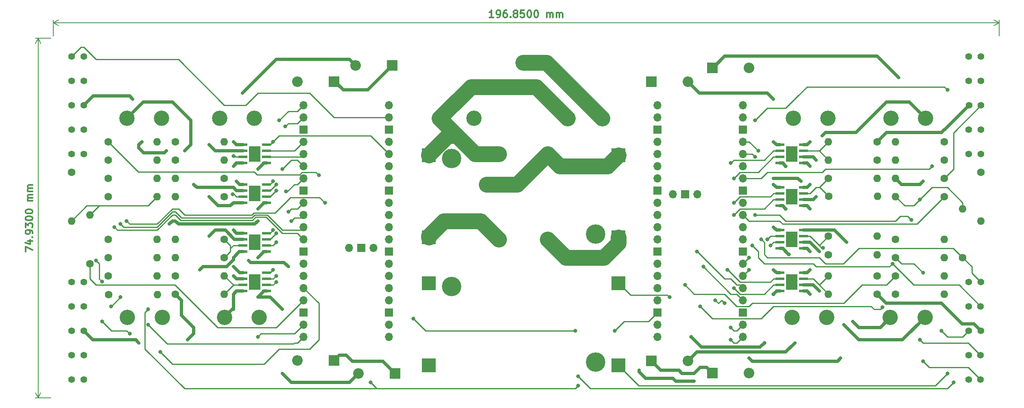
<source format=gbr>
%TF.GenerationSoftware,KiCad,Pcbnew,7.0.10-dirty*%
%TF.CreationDate,2024-02-26T22:58:58+02:00*%
%TF.ProjectId,fake-platka,66616b65-2d70-46c6-9174-6b612e6b6963,rev?*%
%TF.SameCoordinates,Original*%
%TF.FileFunction,Copper,L1,Top*%
%TF.FilePolarity,Positive*%
%FSLAX46Y46*%
G04 Gerber Fmt 4.6, Leading zero omitted, Abs format (unit mm)*
G04 Created by KiCad (PCBNEW 7.0.10-dirty) date 2024-02-26 22:58:58*
%MOMM*%
%LPD*%
G01*
G04 APERTURE LIST*
%ADD10C,0.300000*%
%TA.AperFunction,NonConductor*%
%ADD11C,0.300000*%
%TD*%
%TA.AperFunction,NonConductor*%
%ADD12C,0.200000*%
%TD*%
%TA.AperFunction,ComponentPad*%
%ADD13R,2.200000X2.200000*%
%TD*%
%TA.AperFunction,ComponentPad*%
%ADD14O,2.200000X2.200000*%
%TD*%
%TA.AperFunction,ComponentPad*%
%ADD15C,1.397000*%
%TD*%
%TA.AperFunction,ComponentPad*%
%ADD16C,1.600000*%
%TD*%
%TA.AperFunction,ComponentPad*%
%ADD17O,1.600000X1.600000*%
%TD*%
%TA.AperFunction,ComponentPad*%
%ADD18C,3.200400*%
%TD*%
%TA.AperFunction,ComponentPad*%
%ADD19O,1.700000X1.700000*%
%TD*%
%TA.AperFunction,ComponentPad*%
%ADD20R,1.700000X1.700000*%
%TD*%
%TA.AperFunction,SMDPad,CuDef*%
%ADD21R,1.981200X0.533400*%
%TD*%
%TA.AperFunction,SMDPad,CuDef*%
%ADD22R,2.387600X3.200400*%
%TD*%
%TA.AperFunction,ComponentPad*%
%ADD23C,4.048000*%
%TD*%
%TA.AperFunction,ComponentPad*%
%ADD24R,3.000000X3.000000*%
%TD*%
%TA.AperFunction,ViaPad*%
%ADD25C,2.540000*%
%TD*%
%TA.AperFunction,ViaPad*%
%ADD26C,0.635000*%
%TD*%
%TA.AperFunction,ViaPad*%
%ADD27C,0.800000*%
%TD*%
%TA.AperFunction,Conductor*%
%ADD28C,3.302000*%
%TD*%
%TA.AperFunction,Conductor*%
%ADD29C,0.635000*%
%TD*%
%TA.AperFunction,Conductor*%
%ADD30C,0.250000*%
%TD*%
G04 APERTURE END LIST*
D10*
D11*
X146084187Y-64463229D02*
X145227044Y-64463229D01*
X145655615Y-64463229D02*
X145655615Y-62963229D01*
X145655615Y-62963229D02*
X145512758Y-63177515D01*
X145512758Y-63177515D02*
X145369901Y-63320372D01*
X145369901Y-63320372D02*
X145227044Y-63391801D01*
X146798472Y-64463229D02*
X147084186Y-64463229D01*
X147084186Y-64463229D02*
X147227043Y-64391801D01*
X147227043Y-64391801D02*
X147298472Y-64320372D01*
X147298472Y-64320372D02*
X147441329Y-64106086D01*
X147441329Y-64106086D02*
X147512758Y-63820372D01*
X147512758Y-63820372D02*
X147512758Y-63248943D01*
X147512758Y-63248943D02*
X147441329Y-63106086D01*
X147441329Y-63106086D02*
X147369901Y-63034658D01*
X147369901Y-63034658D02*
X147227043Y-62963229D01*
X147227043Y-62963229D02*
X146941329Y-62963229D01*
X146941329Y-62963229D02*
X146798472Y-63034658D01*
X146798472Y-63034658D02*
X146727043Y-63106086D01*
X146727043Y-63106086D02*
X146655615Y-63248943D01*
X146655615Y-63248943D02*
X146655615Y-63606086D01*
X146655615Y-63606086D02*
X146727043Y-63748943D01*
X146727043Y-63748943D02*
X146798472Y-63820372D01*
X146798472Y-63820372D02*
X146941329Y-63891801D01*
X146941329Y-63891801D02*
X147227043Y-63891801D01*
X147227043Y-63891801D02*
X147369901Y-63820372D01*
X147369901Y-63820372D02*
X147441329Y-63748943D01*
X147441329Y-63748943D02*
X147512758Y-63606086D01*
X148798472Y-62963229D02*
X148512757Y-62963229D01*
X148512757Y-62963229D02*
X148369900Y-63034658D01*
X148369900Y-63034658D02*
X148298472Y-63106086D01*
X148298472Y-63106086D02*
X148155614Y-63320372D01*
X148155614Y-63320372D02*
X148084186Y-63606086D01*
X148084186Y-63606086D02*
X148084186Y-64177515D01*
X148084186Y-64177515D02*
X148155614Y-64320372D01*
X148155614Y-64320372D02*
X148227043Y-64391801D01*
X148227043Y-64391801D02*
X148369900Y-64463229D01*
X148369900Y-64463229D02*
X148655614Y-64463229D01*
X148655614Y-64463229D02*
X148798472Y-64391801D01*
X148798472Y-64391801D02*
X148869900Y-64320372D01*
X148869900Y-64320372D02*
X148941329Y-64177515D01*
X148941329Y-64177515D02*
X148941329Y-63820372D01*
X148941329Y-63820372D02*
X148869900Y-63677515D01*
X148869900Y-63677515D02*
X148798472Y-63606086D01*
X148798472Y-63606086D02*
X148655614Y-63534658D01*
X148655614Y-63534658D02*
X148369900Y-63534658D01*
X148369900Y-63534658D02*
X148227043Y-63606086D01*
X148227043Y-63606086D02*
X148155614Y-63677515D01*
X148155614Y-63677515D02*
X148084186Y-63820372D01*
X149584185Y-64320372D02*
X149655614Y-64391801D01*
X149655614Y-64391801D02*
X149584185Y-64463229D01*
X149584185Y-64463229D02*
X149512757Y-64391801D01*
X149512757Y-64391801D02*
X149584185Y-64320372D01*
X149584185Y-64320372D02*
X149584185Y-64463229D01*
X150512757Y-63606086D02*
X150369900Y-63534658D01*
X150369900Y-63534658D02*
X150298471Y-63463229D01*
X150298471Y-63463229D02*
X150227043Y-63320372D01*
X150227043Y-63320372D02*
X150227043Y-63248943D01*
X150227043Y-63248943D02*
X150298471Y-63106086D01*
X150298471Y-63106086D02*
X150369900Y-63034658D01*
X150369900Y-63034658D02*
X150512757Y-62963229D01*
X150512757Y-62963229D02*
X150798471Y-62963229D01*
X150798471Y-62963229D02*
X150941329Y-63034658D01*
X150941329Y-63034658D02*
X151012757Y-63106086D01*
X151012757Y-63106086D02*
X151084186Y-63248943D01*
X151084186Y-63248943D02*
X151084186Y-63320372D01*
X151084186Y-63320372D02*
X151012757Y-63463229D01*
X151012757Y-63463229D02*
X150941329Y-63534658D01*
X150941329Y-63534658D02*
X150798471Y-63606086D01*
X150798471Y-63606086D02*
X150512757Y-63606086D01*
X150512757Y-63606086D02*
X150369900Y-63677515D01*
X150369900Y-63677515D02*
X150298471Y-63748943D01*
X150298471Y-63748943D02*
X150227043Y-63891801D01*
X150227043Y-63891801D02*
X150227043Y-64177515D01*
X150227043Y-64177515D02*
X150298471Y-64320372D01*
X150298471Y-64320372D02*
X150369900Y-64391801D01*
X150369900Y-64391801D02*
X150512757Y-64463229D01*
X150512757Y-64463229D02*
X150798471Y-64463229D01*
X150798471Y-64463229D02*
X150941329Y-64391801D01*
X150941329Y-64391801D02*
X151012757Y-64320372D01*
X151012757Y-64320372D02*
X151084186Y-64177515D01*
X151084186Y-64177515D02*
X151084186Y-63891801D01*
X151084186Y-63891801D02*
X151012757Y-63748943D01*
X151012757Y-63748943D02*
X150941329Y-63677515D01*
X150941329Y-63677515D02*
X150798471Y-63606086D01*
X152441328Y-62963229D02*
X151727042Y-62963229D01*
X151727042Y-62963229D02*
X151655614Y-63677515D01*
X151655614Y-63677515D02*
X151727042Y-63606086D01*
X151727042Y-63606086D02*
X151869900Y-63534658D01*
X151869900Y-63534658D02*
X152227042Y-63534658D01*
X152227042Y-63534658D02*
X152369900Y-63606086D01*
X152369900Y-63606086D02*
X152441328Y-63677515D01*
X152441328Y-63677515D02*
X152512757Y-63820372D01*
X152512757Y-63820372D02*
X152512757Y-64177515D01*
X152512757Y-64177515D02*
X152441328Y-64320372D01*
X152441328Y-64320372D02*
X152369900Y-64391801D01*
X152369900Y-64391801D02*
X152227042Y-64463229D01*
X152227042Y-64463229D02*
X151869900Y-64463229D01*
X151869900Y-64463229D02*
X151727042Y-64391801D01*
X151727042Y-64391801D02*
X151655614Y-64320372D01*
X153441328Y-62963229D02*
X153584185Y-62963229D01*
X153584185Y-62963229D02*
X153727042Y-63034658D01*
X153727042Y-63034658D02*
X153798471Y-63106086D01*
X153798471Y-63106086D02*
X153869899Y-63248943D01*
X153869899Y-63248943D02*
X153941328Y-63534658D01*
X153941328Y-63534658D02*
X153941328Y-63891801D01*
X153941328Y-63891801D02*
X153869899Y-64177515D01*
X153869899Y-64177515D02*
X153798471Y-64320372D01*
X153798471Y-64320372D02*
X153727042Y-64391801D01*
X153727042Y-64391801D02*
X153584185Y-64463229D01*
X153584185Y-64463229D02*
X153441328Y-64463229D01*
X153441328Y-64463229D02*
X153298471Y-64391801D01*
X153298471Y-64391801D02*
X153227042Y-64320372D01*
X153227042Y-64320372D02*
X153155613Y-64177515D01*
X153155613Y-64177515D02*
X153084185Y-63891801D01*
X153084185Y-63891801D02*
X153084185Y-63534658D01*
X153084185Y-63534658D02*
X153155613Y-63248943D01*
X153155613Y-63248943D02*
X153227042Y-63106086D01*
X153227042Y-63106086D02*
X153298471Y-63034658D01*
X153298471Y-63034658D02*
X153441328Y-62963229D01*
X154869899Y-62963229D02*
X155012756Y-62963229D01*
X155012756Y-62963229D02*
X155155613Y-63034658D01*
X155155613Y-63034658D02*
X155227042Y-63106086D01*
X155227042Y-63106086D02*
X155298470Y-63248943D01*
X155298470Y-63248943D02*
X155369899Y-63534658D01*
X155369899Y-63534658D02*
X155369899Y-63891801D01*
X155369899Y-63891801D02*
X155298470Y-64177515D01*
X155298470Y-64177515D02*
X155227042Y-64320372D01*
X155227042Y-64320372D02*
X155155613Y-64391801D01*
X155155613Y-64391801D02*
X155012756Y-64463229D01*
X155012756Y-64463229D02*
X154869899Y-64463229D01*
X154869899Y-64463229D02*
X154727042Y-64391801D01*
X154727042Y-64391801D02*
X154655613Y-64320372D01*
X154655613Y-64320372D02*
X154584184Y-64177515D01*
X154584184Y-64177515D02*
X154512756Y-63891801D01*
X154512756Y-63891801D02*
X154512756Y-63534658D01*
X154512756Y-63534658D02*
X154584184Y-63248943D01*
X154584184Y-63248943D02*
X154655613Y-63106086D01*
X154655613Y-63106086D02*
X154727042Y-63034658D01*
X154727042Y-63034658D02*
X154869899Y-62963229D01*
X157155612Y-64463229D02*
X157155612Y-63463229D01*
X157155612Y-63606086D02*
X157227041Y-63534658D01*
X157227041Y-63534658D02*
X157369898Y-63463229D01*
X157369898Y-63463229D02*
X157584184Y-63463229D01*
X157584184Y-63463229D02*
X157727041Y-63534658D01*
X157727041Y-63534658D02*
X157798470Y-63677515D01*
X157798470Y-63677515D02*
X157798470Y-64463229D01*
X157798470Y-63677515D02*
X157869898Y-63534658D01*
X157869898Y-63534658D02*
X158012755Y-63463229D01*
X158012755Y-63463229D02*
X158227041Y-63463229D01*
X158227041Y-63463229D02*
X158369898Y-63534658D01*
X158369898Y-63534658D02*
X158441327Y-63677515D01*
X158441327Y-63677515D02*
X158441327Y-64463229D01*
X159155612Y-64463229D02*
X159155612Y-63463229D01*
X159155612Y-63606086D02*
X159227041Y-63534658D01*
X159227041Y-63534658D02*
X159369898Y-63463229D01*
X159369898Y-63463229D02*
X159584184Y-63463229D01*
X159584184Y-63463229D02*
X159727041Y-63534658D01*
X159727041Y-63534658D02*
X159798470Y-63677515D01*
X159798470Y-63677515D02*
X159798470Y-64463229D01*
X159798470Y-63677515D02*
X159869898Y-63534658D01*
X159869898Y-63534658D02*
X160012755Y-63463229D01*
X160012755Y-63463229D02*
X160227041Y-63463229D01*
X160227041Y-63463229D02*
X160369898Y-63534658D01*
X160369898Y-63534658D02*
X160441327Y-63677515D01*
X160441327Y-63677515D02*
X160441327Y-64463229D01*
D12*
X251294900Y-68259900D02*
X251294900Y-64998481D01*
X54444900Y-68259900D02*
X54444900Y-64998481D01*
X251294900Y-65584901D02*
X54444900Y-65584901D01*
X251294900Y-65584901D02*
X54444900Y-65584901D01*
X251294900Y-65584901D02*
X250168396Y-66171322D01*
X251294900Y-65584901D02*
X250168396Y-64998480D01*
X54444900Y-65584901D02*
X55571404Y-64998480D01*
X54444900Y-65584901D02*
X55571404Y-66171322D01*
D10*
D11*
X48648228Y-113224898D02*
X48648228Y-112224898D01*
X48648228Y-112224898D02*
X50148228Y-112867755D01*
X49148228Y-111010613D02*
X50148228Y-111010613D01*
X48576800Y-111367755D02*
X49648228Y-111724898D01*
X49648228Y-111724898D02*
X49648228Y-110796327D01*
X50005371Y-110224899D02*
X50076800Y-110153470D01*
X50076800Y-110153470D02*
X50148228Y-110224899D01*
X50148228Y-110224899D02*
X50076800Y-110296327D01*
X50076800Y-110296327D02*
X50005371Y-110224899D01*
X50005371Y-110224899D02*
X50148228Y-110224899D01*
X50148228Y-109439184D02*
X50148228Y-109153470D01*
X50148228Y-109153470D02*
X50076800Y-109010613D01*
X50076800Y-109010613D02*
X50005371Y-108939184D01*
X50005371Y-108939184D02*
X49791085Y-108796327D01*
X49791085Y-108796327D02*
X49505371Y-108724898D01*
X49505371Y-108724898D02*
X48933942Y-108724898D01*
X48933942Y-108724898D02*
X48791085Y-108796327D01*
X48791085Y-108796327D02*
X48719657Y-108867756D01*
X48719657Y-108867756D02*
X48648228Y-109010613D01*
X48648228Y-109010613D02*
X48648228Y-109296327D01*
X48648228Y-109296327D02*
X48719657Y-109439184D01*
X48719657Y-109439184D02*
X48791085Y-109510613D01*
X48791085Y-109510613D02*
X48933942Y-109582041D01*
X48933942Y-109582041D02*
X49291085Y-109582041D01*
X49291085Y-109582041D02*
X49433942Y-109510613D01*
X49433942Y-109510613D02*
X49505371Y-109439184D01*
X49505371Y-109439184D02*
X49576800Y-109296327D01*
X49576800Y-109296327D02*
X49576800Y-109010613D01*
X49576800Y-109010613D02*
X49505371Y-108867756D01*
X49505371Y-108867756D02*
X49433942Y-108796327D01*
X49433942Y-108796327D02*
X49291085Y-108724898D01*
X48648228Y-108224899D02*
X48648228Y-107296327D01*
X48648228Y-107296327D02*
X49219657Y-107796327D01*
X49219657Y-107796327D02*
X49219657Y-107582042D01*
X49219657Y-107582042D02*
X49291085Y-107439185D01*
X49291085Y-107439185D02*
X49362514Y-107367756D01*
X49362514Y-107367756D02*
X49505371Y-107296327D01*
X49505371Y-107296327D02*
X49862514Y-107296327D01*
X49862514Y-107296327D02*
X50005371Y-107367756D01*
X50005371Y-107367756D02*
X50076800Y-107439185D01*
X50076800Y-107439185D02*
X50148228Y-107582042D01*
X50148228Y-107582042D02*
X50148228Y-108010613D01*
X50148228Y-108010613D02*
X50076800Y-108153470D01*
X50076800Y-108153470D02*
X50005371Y-108224899D01*
X48648228Y-106367756D02*
X48648228Y-106224899D01*
X48648228Y-106224899D02*
X48719657Y-106082042D01*
X48719657Y-106082042D02*
X48791085Y-106010614D01*
X48791085Y-106010614D02*
X48933942Y-105939185D01*
X48933942Y-105939185D02*
X49219657Y-105867756D01*
X49219657Y-105867756D02*
X49576800Y-105867756D01*
X49576800Y-105867756D02*
X49862514Y-105939185D01*
X49862514Y-105939185D02*
X50005371Y-106010614D01*
X50005371Y-106010614D02*
X50076800Y-106082042D01*
X50076800Y-106082042D02*
X50148228Y-106224899D01*
X50148228Y-106224899D02*
X50148228Y-106367756D01*
X50148228Y-106367756D02*
X50076800Y-106510614D01*
X50076800Y-106510614D02*
X50005371Y-106582042D01*
X50005371Y-106582042D02*
X49862514Y-106653471D01*
X49862514Y-106653471D02*
X49576800Y-106724899D01*
X49576800Y-106724899D02*
X49219657Y-106724899D01*
X49219657Y-106724899D02*
X48933942Y-106653471D01*
X48933942Y-106653471D02*
X48791085Y-106582042D01*
X48791085Y-106582042D02*
X48719657Y-106510614D01*
X48719657Y-106510614D02*
X48648228Y-106367756D01*
X48648228Y-104939185D02*
X48648228Y-104796328D01*
X48648228Y-104796328D02*
X48719657Y-104653471D01*
X48719657Y-104653471D02*
X48791085Y-104582043D01*
X48791085Y-104582043D02*
X48933942Y-104510614D01*
X48933942Y-104510614D02*
X49219657Y-104439185D01*
X49219657Y-104439185D02*
X49576800Y-104439185D01*
X49576800Y-104439185D02*
X49862514Y-104510614D01*
X49862514Y-104510614D02*
X50005371Y-104582043D01*
X50005371Y-104582043D02*
X50076800Y-104653471D01*
X50076800Y-104653471D02*
X50148228Y-104796328D01*
X50148228Y-104796328D02*
X50148228Y-104939185D01*
X50148228Y-104939185D02*
X50076800Y-105082043D01*
X50076800Y-105082043D02*
X50005371Y-105153471D01*
X50005371Y-105153471D02*
X49862514Y-105224900D01*
X49862514Y-105224900D02*
X49576800Y-105296328D01*
X49576800Y-105296328D02*
X49219657Y-105296328D01*
X49219657Y-105296328D02*
X48933942Y-105224900D01*
X48933942Y-105224900D02*
X48791085Y-105153471D01*
X48791085Y-105153471D02*
X48719657Y-105082043D01*
X48719657Y-105082043D02*
X48648228Y-104939185D01*
X50148228Y-102653472D02*
X49148228Y-102653472D01*
X49291085Y-102653472D02*
X49219657Y-102582043D01*
X49219657Y-102582043D02*
X49148228Y-102439186D01*
X49148228Y-102439186D02*
X49148228Y-102224900D01*
X49148228Y-102224900D02*
X49219657Y-102082043D01*
X49219657Y-102082043D02*
X49362514Y-102010615D01*
X49362514Y-102010615D02*
X50148228Y-102010615D01*
X49362514Y-102010615D02*
X49219657Y-101939186D01*
X49219657Y-101939186D02*
X49148228Y-101796329D01*
X49148228Y-101796329D02*
X49148228Y-101582043D01*
X49148228Y-101582043D02*
X49219657Y-101439186D01*
X49219657Y-101439186D02*
X49362514Y-101367757D01*
X49362514Y-101367757D02*
X50148228Y-101367757D01*
X50148228Y-100653472D02*
X49148228Y-100653472D01*
X49291085Y-100653472D02*
X49219657Y-100582043D01*
X49219657Y-100582043D02*
X49148228Y-100439186D01*
X49148228Y-100439186D02*
X49148228Y-100224900D01*
X49148228Y-100224900D02*
X49219657Y-100082043D01*
X49219657Y-100082043D02*
X49362514Y-100010615D01*
X49362514Y-100010615D02*
X50148228Y-100010615D01*
X49362514Y-100010615D02*
X49219657Y-99939186D01*
X49219657Y-99939186D02*
X49148228Y-99796329D01*
X49148228Y-99796329D02*
X49148228Y-99582043D01*
X49148228Y-99582043D02*
X49219657Y-99439186D01*
X49219657Y-99439186D02*
X49362514Y-99367757D01*
X49362514Y-99367757D02*
X50148228Y-99367757D01*
D12*
X53944900Y-143689900D02*
X50683480Y-143689900D01*
X53944900Y-68759900D02*
X50683480Y-68759900D01*
X51269900Y-143689900D02*
X51269900Y-68759900D01*
X51269900Y-143689900D02*
X51269900Y-68759900D01*
X51269900Y-143689900D02*
X50683479Y-142563396D01*
X51269900Y-143689900D02*
X51856321Y-142563396D01*
X51269900Y-68759900D02*
X51856321Y-69886404D01*
X51269900Y-68759900D02*
X50683479Y-69886404D01*
D13*
%TO.P,D5,1,K*%
%TO.N,/Leg Back Left/12V*%
X191604900Y-74949900D03*
D14*
%TO.P,D5,2,A*%
%TO.N,Net-(D5-Pad2)*%
X199224900Y-74949900D03*
%TD*%
D15*
%TO.P,J12,1,1*%
%TO.N,Net-(R14-Pad1)*%
X58254900Y-129719900D03*
%TO.P,J12,2,2*%
%TO.N,/Leg Back Left/12V*%
X60754900Y-129719900D03*
%TD*%
D16*
%TO.P,R21,1*%
%TO.N,/Leg Front Right/FR_F_EB*%
X247484900Y-96699900D03*
D17*
%TO.P,R21,2*%
%TO.N,/Left Controller /GND3V3*%
X247484900Y-106859900D03*
%TD*%
D18*
%TO.P,J21,1,1*%
%TO.N,Net-(J21-Pad1)*%
X236010000Y-85487899D03*
%TO.P,J21,2,2*%
%TO.N,Net-(J21-Pad2)*%
X228809999Y-85487899D03*
%TD*%
D19*
%TO.P,U3,1,UART0_TX/I2C0_SDA/SPI0_RX/GP0*%
%TO.N,/Left Controller /FL_F_IN1*%
X106514900Y-82729900D03*
%TO.P,U3,2,UART0_RX/I2C0_SCL/GPI0_CSn/GP1*%
%TO.N,/Left Controller /FL_F_IN2*%
X106514900Y-85269900D03*
D20*
%TO.P,U3,3,GND*%
%TO.N,unconnected-(U3-Pad3)*%
X106514900Y-87809900D03*
D19*
%TO.P,U3,4,I2C1_SDA/SPI0_SCK/GP2*%
%TO.N,/Left Controller /FL_K_IN1*%
X106514900Y-90349900D03*
%TO.P,U3,5,I2C1_SCL/SPI0_TX/GP3*%
%TO.N,/Left Controller /FL_K_IN2*%
X106514900Y-92889900D03*
%TO.P,U3,6,UART1_TX/I2C0_SDA/SPI0_RX/GP4*%
%TO.N,/Left Controller /BL_F_IN1*%
X106514900Y-95429900D03*
%TO.P,U3,7,UART1_RX/I2C0_SCL/SPI0_CSn/GP5*%
%TO.N,/Left Controller /BL_F_IN2*%
X106514900Y-97969900D03*
D20*
%TO.P,U3,8,GND*%
%TO.N,unconnected-(U3-Pad8)*%
X106514900Y-100509900D03*
D19*
%TO.P,U3,9,I2C1_SDA/SPI0_SCK/GP6*%
%TO.N,/Left Controller /BL_K_IN1*%
X106514900Y-103049900D03*
%TO.P,U3,10,I2C1_SCL/SPI0_TX/GP7*%
%TO.N,/Left Controller /BL_K_IN2*%
X106514900Y-105589900D03*
%TO.P,U3,11,UART1_TX/I2C0_SDA/SPI1_RX/GP8*%
%TO.N,/Left Controller /FL_F_EA*%
X106514900Y-108129900D03*
%TO.P,U3,12,UART1_RX/I2C0_SCL/SPI1_CSn/GP9*%
%TO.N,/Left Controller /FL_F_EB*%
X106514900Y-110669900D03*
D20*
%TO.P,U3,13,GND*%
%TO.N,unconnected-(U3-Pad13)*%
X106514900Y-113209900D03*
D19*
%TO.P,U3,14,I2C1_SDA/SPI1_SCK/GP10*%
%TO.N,/Left Controller /FL_K_EA*%
X106514900Y-115749900D03*
%TO.P,U3,15,I2C1_SCL/SPI1_TX/GP11*%
%TO.N,/Left Controller /FL_K_EB*%
X106514900Y-118289900D03*
%TO.P,U3,16,UART0_TX/I2C0_SDA/GPI1_RX/GP12*%
%TO.N,/Left Controller /BL_F_EA*%
X106514900Y-120829900D03*
%TO.P,U3,17,UART0_RX/I2C0_SCL/SPI1_CSn/GP13*%
%TO.N,/Left Controller /BL_F_EB*%
X106514900Y-123369900D03*
D20*
%TO.P,U3,18,GND*%
%TO.N,unconnected-(U3-Pad18)*%
X106514900Y-125909900D03*
D19*
%TO.P,U3,19,I2C1_SDA/SPI1_SCK/GP14*%
%TO.N,/Left Controller /BL_K_EA*%
X106514900Y-128449900D03*
%TO.P,U3,20,I2C1_SCL/SPI1_TX/GP15*%
%TO.N,/Left Controller /BL_K_EB*%
X106514900Y-130989900D03*
%TO.P,U3,21,UART0_TX/I2C0_SDA/SPI0_RX/GP16*%
%TO.N,unconnected-(U3-Pad21)*%
X124294900Y-130989900D03*
%TO.P,U3,22,UART0_RX/I2C0_SCL/SPI0_CSn/GP17*%
%TO.N,unconnected-(U3-Pad22)*%
X124294900Y-128449900D03*
D20*
%TO.P,U3,23,GND*%
%TO.N,unconnected-(U3-Pad23)*%
X124294900Y-125909900D03*
D19*
%TO.P,U3,24,I2C1_SDA/SPI0_SCK/GP18*%
%TO.N,unconnected-(U3-Pad24)*%
X124294900Y-123369900D03*
%TO.P,U3,25,I2C1_SCL/SPI0_TX/GP19*%
%TO.N,unconnected-(U3-Pad25)*%
X124294900Y-120829900D03*
%TO.P,U3,26,I2C0_SDA/GP20*%
%TO.N,unconnected-(U3-Pad26)*%
X124294900Y-118289900D03*
%TO.P,U3,27,I2C0_SCL/GP21*%
%TO.N,unconnected-(U3-Pad27)*%
X124294900Y-115749900D03*
D20*
%TO.P,U3,28,GND*%
%TO.N,unconnected-(U3-Pad28)*%
X124294900Y-113209900D03*
D19*
%TO.P,U3,29,GP22*%
%TO.N,unconnected-(U3-Pad29)*%
X124294900Y-110669900D03*
%TO.P,U3,30,RUN*%
%TO.N,unconnected-(U3-Pad30)*%
X124294900Y-108129900D03*
%TO.P,U3,31,I2C1_SDA/ADC0/GP26*%
%TO.N,unconnected-(U3-Pad31)*%
X124294900Y-105589900D03*
%TO.P,U3,32,I2C1_SCL/ADC1/GP27*%
%TO.N,unconnected-(U3-Pad32)*%
X124294900Y-103049900D03*
D20*
%TO.P,U3,33,AGND/GND*%
%TO.N,unconnected-(U3-Pad33)*%
X124294900Y-100509900D03*
D19*
%TO.P,U3,34,ADC2/GP28*%
%TO.N,unconnected-(U3-Pad34)*%
X124294900Y-97969900D03*
%TO.P,U3,35,ADC_VREF*%
%TO.N,unconnected-(U3-Pad35)*%
X124294900Y-95429900D03*
%TO.P,U3,36,3V3(OUT)*%
%TO.N,/Left Controller /3V3_VREF*%
X124294900Y-92889900D03*
%TO.P,U3,37,3V3_EN*%
%TO.N,unconnected-(U3-Pad37)*%
X124294900Y-90349900D03*
D20*
%TO.P,U3,38,GND*%
%TO.N,/Left Controller /GND3V3*%
X124294900Y-87809900D03*
D19*
%TO.P,U3,39,VSYS*%
%TO.N,/Left Controller /3V3*%
X124294900Y-85269900D03*
%TO.P,U3,40,VBUS*%
%TO.N,unconnected-(U3-Pad40)*%
X124294900Y-82729900D03*
%TO.P,U3,41*%
%TO.N,N/C*%
X115989000Y-112459900D03*
D20*
%TO.P,U3,42*%
X118529000Y-112459900D03*
D19*
%TO.P,U3,43*%
X121069000Y-112459900D03*
%TD*%
D15*
%TO.P,J5,1,1*%
%TO.N,Net-(J5-Pad1)*%
X58254900Y-82729900D03*
%TO.P,J5,2,2*%
%TO.N,/Leg Back Left/12V*%
X60754900Y-82729900D03*
%TD*%
D21*
%TO.P,U12,1,GND*%
%TO.N,/Leg Back Right/GND12V*%
X205651100Y-117654900D03*
%TO.P,U12,2,IN2*%
%TO.N,/Leg Back Right/BR_K_IN2*%
X205651100Y-118924900D03*
%TO.P,U12,3,IN1*%
%TO.N,/Leg Back Right/BR_K_IN1*%
X205651100Y-120194900D03*
%TO.P,U12,4,VREF*%
%TO.N,/Leg Back Right/BR_F_VREF*%
X205651100Y-121464900D03*
%TO.P,U12,5,VM*%
%TO.N,Net-(D8-Pad2)*%
X210578700Y-121464900D03*
%TO.P,U12,6,OUT1*%
%TO.N,Net-(J29-Pad2)*%
X210578700Y-120194900D03*
%TO.P,U12,7,RS*%
%TO.N,Net-(R35-Pad2)*%
X210578700Y-118924900D03*
%TO.P,U12,8,OUT2*%
%TO.N,Net-(J29-Pad1)*%
X210578700Y-117654900D03*
D22*
%TO.P,U12,EPAD*%
%TO.N,N/C*%
X208114900Y-119559900D03*
%TD*%
D16*
%TO.P,R16,1*%
%TO.N,Net-(R16-Pad1)*%
X90004900Y-114479900D03*
D17*
%TO.P,R16,2*%
%TO.N,/Leg Back Left/12V*%
X79844900Y-114479900D03*
%TD*%
D16*
%TO.P,R27,1*%
%TO.N,Net-(R25-Pad1)*%
X215819900Y-101739900D03*
D17*
%TO.P,R27,2*%
%TO.N,/Leg Back Right/GND12V*%
X225979900Y-101739900D03*
%TD*%
D15*
%TO.P,J19,1,1*%
%TO.N,Net-(R23-Pad1)*%
X247524900Y-82729900D03*
%TO.P,J19,2,2*%
%TO.N,/Leg Back Right/GND12V*%
X245024900Y-82729900D03*
%TD*%
D18*
%TO.P,J7,1,1*%
%TO.N,Net-(J7-Pad1)*%
X76950000Y-85487899D03*
%TO.P,J7,2,2*%
%TO.N,Net-(J7-Pad2)*%
X69749999Y-85487899D03*
%TD*%
D16*
%TO.P,R29,1*%
%TO.N,/Leg Front Right/FR_K_EA*%
X239864900Y-90349900D03*
D17*
%TO.P,R29,2*%
%TO.N,/Left Controller /GND3V3*%
X229704900Y-90349900D03*
%TD*%
D16*
%TO.P,R4,1*%
%TO.N,/Left Controller /FL_F_EA*%
X65874900Y-101779900D03*
D17*
%TO.P,R4,2*%
%TO.N,/Left Controller /GND3V3*%
X76034900Y-101779900D03*
%TD*%
D16*
%TO.P,R7,1*%
%TO.N,Net-(R7-Pad1)*%
X90004900Y-101779900D03*
D17*
%TO.P,R7,2*%
%TO.N,/Leg Back Left/12V*%
X79844900Y-101779900D03*
%TD*%
D16*
%TO.P,R33,1*%
%TO.N,/Leg Back Right/BR_K_EB*%
X229704900Y-118289900D03*
D17*
%TO.P,R33,2*%
%TO.N,/Left Controller /GND3V3*%
X239864900Y-118289900D03*
%TD*%
D16*
%TO.P,R8,1*%
%TO.N,/Leg Back Left/12V*%
X79844900Y-94159900D03*
D17*
%TO.P,R8,2*%
%TO.N,Net-(R10-Pad2)*%
X90004900Y-94159900D03*
%TD*%
D18*
%TO.P,J2,1,1*%
%TO.N,Net-(J1-Pad1)*%
X142030000Y-85487899D03*
%TO.P,J2,2,2*%
%TO.N,Net-(J1-Pad2)*%
X134829999Y-85487899D03*
%TD*%
D16*
%TO.P,R18,1*%
%TO.N,Net-(R16-Pad1)*%
X90004900Y-110669900D03*
D17*
%TO.P,R18,2*%
%TO.N,/Leg Back Left/12V*%
X79844900Y-110669900D03*
%TD*%
D15*
%TO.P,J9,1,1*%
%TO.N,/Left Controller /3V3*%
X58254900Y-72569900D03*
%TO.P,J9,2,2*%
%TO.N,/Left Controller /FL_K_EA*%
X60754900Y-72569900D03*
%TD*%
D13*
%TO.P,D1,1,K*%
%TO.N,/Leg Back Left/12V*%
X112864900Y-77809900D03*
D14*
%TO.P,D1,2,A*%
%TO.N,Net-(D1-Pad2)*%
X105244900Y-77809900D03*
%TD*%
D18*
%TO.P,J22,1,1*%
%TO.N,Net-(J22-Pad1)*%
X215690000Y-85487899D03*
%TO.P,J22,2,2*%
%TO.N,Net-(J22-Pad2)*%
X208489999Y-85487899D03*
%TD*%
D13*
%TO.P,D2,1,K*%
%TO.N,/Leg Back Left/12V*%
X124929900Y-74474900D03*
D14*
%TO.P,D2,2,A*%
%TO.N,Net-(D2-Pad2)*%
X117309900Y-74474900D03*
%TD*%
D15*
%TO.P,J27,1,1*%
%TO.N,/Left Controller /3V3*%
X244904900Y-134799900D03*
%TO.P,J27,2,2*%
%TO.N,/Leg Back Right/BR_K_EB*%
X247404900Y-134799900D03*
%TD*%
D13*
%TO.P,D3,1,K*%
%TO.N,/Leg Back Left/12V*%
X112864900Y-135909900D03*
D14*
%TO.P,D3,2,A*%
%TO.N,Net-(D3-Pad2)*%
X105244900Y-135909900D03*
%TD*%
D15*
%TO.P,J16,1,1*%
%TO.N,/Left Controller /3V3*%
X58254900Y-139879900D03*
%TO.P,J16,2,2*%
%TO.N,/Left Controller /BL_K_EA*%
X60754900Y-139879900D03*
%TD*%
D21*
%TO.P,U11,1,GND*%
%TO.N,/Leg Back Right/GND12V*%
X205651100Y-108764900D03*
%TO.P,U11,2,IN2*%
%TO.N,/Leg Back Right/BR_F_IN2*%
X205651100Y-110034900D03*
%TO.P,U11,3,IN1*%
%TO.N,/Leg Back Right/BR_F_IN1*%
X205651100Y-111304900D03*
%TO.P,U11,4,VREF*%
%TO.N,/Leg Back Right/BR_F_VREF*%
X205651100Y-112574900D03*
%TO.P,U11,5,VM*%
%TO.N,Net-(D7-Pad2)*%
X210578700Y-112574900D03*
%TO.P,U11,6,OUT1*%
%TO.N,Net-(J28-Pad2)*%
X210578700Y-111304900D03*
%TO.P,U11,7,RS*%
%TO.N,Net-(R34-Pad1)*%
X210578700Y-110034900D03*
%TO.P,U11,8,OUT2*%
%TO.N,Net-(J28-Pad1)*%
X210578700Y-108764900D03*
D22*
%TO.P,U11,EPAD*%
%TO.N,N/C*%
X208114900Y-110669900D03*
%TD*%
D16*
%TO.P,R38,1*%
%TO.N,/Leg Back Right/BR_K_EA*%
X229704900Y-122099900D03*
D17*
%TO.P,R38,2*%
%TO.N,/Left Controller /GND3V3*%
X239864900Y-122099900D03*
%TD*%
D21*
%TO.P,U5,1,GND*%
%TO.N,/Leg Back Left/12V*%
X98818700Y-103049900D03*
%TO.P,U5,2,IN2*%
%TO.N,/Left Controller /FL_F_IN2*%
X98818700Y-101779900D03*
%TO.P,U5,3,IN1*%
%TO.N,/Left Controller /FL_F_IN1*%
X98818700Y-100509900D03*
%TO.P,U5,4,VREF*%
%TO.N,/Left Controller /3V3_VREF*%
X98818700Y-99239900D03*
%TO.P,U5,5,VM*%
%TO.N,Net-(D1-Pad2)*%
X93891100Y-99239900D03*
%TO.P,U5,6,OUT1*%
%TO.N,Net-(J7-Pad2)*%
X93891100Y-100509900D03*
%TO.P,U5,7,RS*%
%TO.N,Net-(R7-Pad1)*%
X93891100Y-101779900D03*
%TO.P,U5,8,OUT2*%
%TO.N,Net-(J7-Pad1)*%
X93891100Y-103049900D03*
D22*
%TO.P,U5,EPAD*%
%TO.N,N/C*%
X96354900Y-101144900D03*
%TD*%
D16*
%TO.P,R13,1*%
%TO.N,/Left Controller /BL_F_EA*%
X65874900Y-110669900D03*
D17*
%TO.P,R13,2*%
%TO.N,/Left Controller /GND3V3*%
X76034900Y-110669900D03*
%TD*%
D19*
%TO.P,U4,1,UART0_TX/I2C0_SDA/SPI0_RX/GP0*%
%TO.N,/Leg Front Right/FR_F_IN1*%
X197954900Y-130989900D03*
%TO.P,U4,2,UART0_RX/I2C0_SCL/GPI0_CSn/GP1*%
%TO.N,/Leg Front Right/FR_F_IN2*%
X197954900Y-128449900D03*
D20*
%TO.P,U4,3,GND*%
%TO.N,unconnected-(U4-Pad3)*%
X197954900Y-125909900D03*
D19*
%TO.P,U4,4,I2C1_SDA/SPI0_SCK/GP2*%
%TO.N,/Leg Front Right/FR_K_IN1*%
X197954900Y-123369900D03*
%TO.P,U4,5,I2C1_SCL/SPI0_TX/GP3*%
%TO.N,/Leg Front Right/FR_K_IN2*%
X197954900Y-120829900D03*
%TO.P,U4,6,UART1_TX/I2C0_SDA/SPI0_RX/GP4*%
%TO.N,/Leg Back Right/BR_F_IN1*%
X197954900Y-118289900D03*
%TO.P,U4,7,UART1_RX/I2C0_SCL/SPI0_CSn/GP5*%
%TO.N,/Leg Back Right/BR_F_IN2*%
X197954900Y-115749900D03*
D20*
%TO.P,U4,8,GND*%
%TO.N,unconnected-(U4-Pad8)*%
X197954900Y-113209900D03*
D19*
%TO.P,U4,9,I2C1_SDA/SPI0_SCK/GP6*%
%TO.N,/Leg Back Right/BR_K_IN1*%
X197954900Y-110669900D03*
%TO.P,U4,10,I2C1_SCL/SPI0_TX/GP7*%
%TO.N,/Leg Back Right/BR_K_IN2*%
X197954900Y-108129900D03*
%TO.P,U4,11,UART1_TX/I2C0_SDA/SPI1_RX/GP8*%
%TO.N,/Leg Front Right/FR_F_EA*%
X197954900Y-105589900D03*
%TO.P,U4,12,UART1_RX/I2C0_SCL/SPI1_CSn/GP9*%
%TO.N,/Leg Front Right/FR_F_EB*%
X197954900Y-103049900D03*
D20*
%TO.P,U4,13,GND*%
%TO.N,unconnected-(U4-Pad13)*%
X197954900Y-100509900D03*
D19*
%TO.P,U4,14,I2C1_SDA/SPI1_SCK/GP10*%
%TO.N,/Leg Front Right/FR_K_EA*%
X197954900Y-97969900D03*
%TO.P,U4,15,I2C1_SCL/SPI1_TX/GP11*%
%TO.N,/Leg Front Right/FR_K_EB*%
X197954900Y-95429900D03*
%TO.P,U4,16,UART0_TX/I2C0_SDA/GPI1_RX/GP12*%
%TO.N,/Leg Back Right/BR_F_EA*%
X197954900Y-92889900D03*
%TO.P,U4,17,UART0_RX/I2C0_SCL/SPI1_CSn/GP13*%
%TO.N,/Leg Back Right/BR_F_EB*%
X197954900Y-90349900D03*
D20*
%TO.P,U4,18,GND*%
%TO.N,unconnected-(U4-Pad18)*%
X197954900Y-87809900D03*
D19*
%TO.P,U4,19,I2C1_SDA/SPI1_SCK/GP14*%
%TO.N,/Leg Back Right/BR_K_EA*%
X197954900Y-85269900D03*
%TO.P,U4,20,I2C1_SCL/SPI1_TX/GP15*%
%TO.N,/Leg Back Right/BR_K_EB*%
X197954900Y-82729900D03*
%TO.P,U4,21,UART0_TX/I2C0_SDA/SPI0_RX/GP16*%
%TO.N,unconnected-(U4-Pad21)*%
X180174900Y-82729900D03*
%TO.P,U4,22,UART0_RX/I2C0_SCL/SPI0_CSn/GP17*%
%TO.N,unconnected-(U4-Pad22)*%
X180174900Y-85269900D03*
D20*
%TO.P,U4,23,GND*%
%TO.N,unconnected-(U4-Pad23)*%
X180174900Y-87809900D03*
D19*
%TO.P,U4,24,I2C1_SDA/SPI0_SCK/GP18*%
%TO.N,unconnected-(U4-Pad24)*%
X180174900Y-90349900D03*
%TO.P,U4,25,I2C1_SCL/SPI0_TX/GP19*%
%TO.N,unconnected-(U4-Pad25)*%
X180174900Y-92889900D03*
%TO.P,U4,26,I2C0_SDA/GP20*%
%TO.N,unconnected-(U4-Pad26)*%
X180174900Y-95429900D03*
%TO.P,U4,27,I2C0_SCL/GP21*%
%TO.N,unconnected-(U4-Pad27)*%
X180174900Y-97969900D03*
D20*
%TO.P,U4,28,GND*%
%TO.N,unconnected-(U4-Pad28)*%
X180174900Y-100509900D03*
D19*
%TO.P,U4,29,GP22*%
%TO.N,unconnected-(U4-Pad29)*%
X180174900Y-103049900D03*
%TO.P,U4,30,RUN*%
%TO.N,unconnected-(U4-Pad30)*%
X180174900Y-105589900D03*
%TO.P,U4,31,I2C1_SDA/ADC0/GP26*%
%TO.N,unconnected-(U4-Pad31)*%
X180174900Y-108129900D03*
%TO.P,U4,32,I2C1_SCL/ADC1/GP27*%
%TO.N,unconnected-(U4-Pad32)*%
X180174900Y-110669900D03*
D20*
%TO.P,U4,33,AGND/GND*%
%TO.N,unconnected-(U4-Pad33)*%
X180174900Y-113209900D03*
D19*
%TO.P,U4,34,ADC2/GP28*%
%TO.N,unconnected-(U4-Pad34)*%
X180174900Y-115749900D03*
%TO.P,U4,35,ADC_VREF*%
%TO.N,unconnected-(U4-Pad35)*%
X180174900Y-118289900D03*
%TO.P,U4,36,3V3(OUT)*%
%TO.N,/Leg Back Right/BR_F_VREF*%
X180174900Y-120829900D03*
%TO.P,U4,37,3V3_EN*%
%TO.N,unconnected-(U4-Pad37)*%
X180174900Y-123369900D03*
D20*
%TO.P,U4,38,GND*%
%TO.N,/Left Controller /GND3V3*%
X180174900Y-125909900D03*
D19*
%TO.P,U4,39,VSYS*%
%TO.N,/Left Controller /3V3*%
X180174900Y-128449900D03*
%TO.P,U4,40,VBUS*%
%TO.N,unconnected-(U4-Pad40)*%
X180174900Y-130989900D03*
%TO.P,U4,41*%
%TO.N,N/C*%
X188480800Y-101259900D03*
D20*
%TO.P,U4,42*%
X185940800Y-101259900D03*
D19*
%TO.P,U4,43*%
X183400800Y-101259900D03*
%TD*%
D13*
%TO.P,D4,1,K*%
%TO.N,/Leg Back Left/12V*%
X125564900Y-138609900D03*
D14*
%TO.P,D4,2,A*%
%TO.N,Net-(D4-Pad2)*%
X117944900Y-138609900D03*
%TD*%
D16*
%TO.P,R12,1*%
%TO.N,/Left Controller /BL_F_EB*%
X62064900Y-115749900D03*
D17*
%TO.P,R12,2*%
%TO.N,/Left Controller /GND3V3*%
X62064900Y-105589900D03*
%TD*%
D16*
%TO.P,R1,1*%
%TO.N,Net-(J1-Pad2)*%
X147154900Y-92889900D03*
D17*
%TO.P,R1,2*%
%TO.N,/Leg Back Left/12V*%
X157314900Y-92889900D03*
%TD*%
D21*
%TO.P,U9,1,GND*%
%TO.N,/Leg Back Right/GND12V*%
X205651100Y-99874900D03*
%TO.P,U9,2,IN2*%
%TO.N,/Leg Front Right/FR_F_IN2*%
X205651100Y-101144900D03*
%TO.P,U9,3,IN1*%
%TO.N,/Leg Front Right/FR_F_IN1*%
X205651100Y-102414900D03*
%TO.P,U9,4,VREF*%
%TO.N,/Leg Back Right/BR_F_VREF*%
X205651100Y-103684900D03*
%TO.P,U9,5,VM*%
%TO.N,Net-(D5-Pad2)*%
X210578700Y-103684900D03*
%TO.P,U9,6,OUT1*%
%TO.N,Net-(J21-Pad2)*%
X210578700Y-102414900D03*
%TO.P,U9,7,RS*%
%TO.N,Net-(R25-Pad1)*%
X210578700Y-101144900D03*
%TO.P,U9,8,OUT2*%
%TO.N,Net-(J21-Pad1)*%
X210578700Y-99874900D03*
D22*
%TO.P,U9,EPAD*%
%TO.N,N/C*%
X208114900Y-101779900D03*
%TD*%
D23*
%TO.P,U2,*%
%TO.N,*%
X137343900Y-120480900D03*
X167315900Y-136228900D03*
D24*
%TO.P,U2,1,IN+*%
%TO.N,/Leg Back Left/12V*%
X132581400Y-119782400D03*
%TO.P,U2,2,IN-*%
%TO.N,/Leg Back Right/GND12V*%
X132581400Y-136927400D03*
%TO.P,U2,3,OUT+*%
%TO.N,/Left Controller /3V3*%
X172078400Y-119782400D03*
%TO.P,U2,4,OUT-*%
%TO.N,/Left Controller /GND3V3*%
X172078400Y-136927400D03*
%TD*%
D21*
%TO.P,U7,1,GND*%
%TO.N,/Leg Back Left/12V*%
X98818700Y-113209900D03*
%TO.P,U7,2,IN2*%
%TO.N,/Left Controller /BL_F_IN2*%
X98818700Y-111939900D03*
%TO.P,U7,3,IN1*%
%TO.N,/Left Controller /BL_F_IN1*%
X98818700Y-110669900D03*
%TO.P,U7,4,VREF*%
%TO.N,/Left Controller /3V3_VREF*%
X98818700Y-109399900D03*
%TO.P,U7,5,VM*%
%TO.N,Net-(D3-Pad2)*%
X93891100Y-109399900D03*
%TO.P,U7,6,OUT1*%
%TO.N,Net-(J14-Pad2)*%
X93891100Y-110669900D03*
%TO.P,U7,7,RS*%
%TO.N,Net-(R16-Pad1)*%
X93891100Y-111939900D03*
%TO.P,U7,8,OUT2*%
%TO.N,Net-(J14-Pad1)*%
X93891100Y-113209900D03*
D22*
%TO.P,U7,EPAD*%
%TO.N,N/C*%
X96354900Y-111304900D03*
%TD*%
D16*
%TO.P,R10,1*%
%TO.N,/Leg Back Left/12V*%
X79844900Y-90349900D03*
D17*
%TO.P,R10,2*%
%TO.N,Net-(R10-Pad2)*%
X90004900Y-90349900D03*
%TD*%
D16*
%TO.P,R22,1*%
%TO.N,/Leg Front Right/FR_F_EA*%
X239864900Y-101779900D03*
D17*
%TO.P,R22,2*%
%TO.N,/Left Controller /GND3V3*%
X229704900Y-101779900D03*
%TD*%
D16*
%TO.P,R34,1*%
%TO.N,Net-(R34-Pad1)*%
X215734900Y-110034900D03*
D17*
%TO.P,R34,2*%
%TO.N,/Leg Back Right/GND12V*%
X225894900Y-110034900D03*
%TD*%
D15*
%TO.P,J10,1,1*%
%TO.N,/Left Controller /3V3*%
X58254900Y-119549900D03*
%TO.P,J10,2,2*%
%TO.N,/Left Controller /BL_F_EB*%
X60754900Y-119549900D03*
%TD*%
D16*
%TO.P,R6,1*%
%TO.N,/Left Controller /FL_K_EB*%
X65874900Y-94159900D03*
D17*
%TO.P,R6,2*%
%TO.N,/Left Controller /GND3V3*%
X76034900Y-94159900D03*
%TD*%
D16*
%TO.P,R24,1*%
%TO.N,/Leg Front Right/FR_K_EB*%
X239864900Y-94159900D03*
D17*
%TO.P,R24,2*%
%TO.N,/Left Controller /GND3V3*%
X229704900Y-94159900D03*
%TD*%
D16*
%TO.P,R17,1*%
%TO.N,/Leg Back Left/12V*%
X79844900Y-118289900D03*
D17*
%TO.P,R17,2*%
%TO.N,Net-(R17-Pad2)*%
X90004900Y-118289900D03*
%TD*%
D16*
%TO.P,R31,1*%
%TO.N,/Leg Back Right/BR_F_EA*%
X229704900Y-110669900D03*
D17*
%TO.P,R31,2*%
%TO.N,/Left Controller /GND3V3*%
X239864900Y-110669900D03*
%TD*%
D15*
%TO.P,J25,1,1*%
%TO.N,/Left Controller /3V3*%
X244904900Y-124639900D03*
%TO.P,J25,2,2*%
%TO.N,/Leg Back Right/BR_F_EA*%
X247404900Y-124639900D03*
%TD*%
D16*
%TO.P,R25,1*%
%TO.N,Net-(R25-Pad1)*%
X215734900Y-97969900D03*
D17*
%TO.P,R25,2*%
%TO.N,/Leg Back Right/GND12V*%
X225894900Y-97969900D03*
%TD*%
D16*
%TO.P,R20,1*%
%TO.N,/Left Controller /BL_K_EA*%
X65919800Y-122175901D03*
D17*
%TO.P,R20,2*%
%TO.N,/Left Controller /GND3V3*%
X76079800Y-122175901D03*
%TD*%
D16*
%TO.P,R26,1*%
%TO.N,/Leg Back Right/GND12V*%
X225894900Y-94159900D03*
D17*
%TO.P,R26,2*%
%TO.N,Net-(R26-Pad2)*%
X215734900Y-94159900D03*
%TD*%
D16*
%TO.P,R14,1*%
%TO.N,Net-(R14-Pad1)*%
X65874900Y-114479900D03*
D17*
%TO.P,R14,2*%
%TO.N,/Leg Back Left/12V*%
X76034900Y-114479900D03*
%TD*%
D18*
%TO.P,J8,1,1*%
%TO.N,Net-(J8-Pad1)*%
X96310000Y-85487899D03*
%TO.P,J8,2,2*%
%TO.N,Net-(J8-Pad2)*%
X89109999Y-85487899D03*
%TD*%
D13*
%TO.P,D6,1,K*%
%TO.N,/Leg Back Left/12V*%
X178904900Y-77809900D03*
D14*
%TO.P,D6,2,A*%
%TO.N,Net-(D6-Pad2)*%
X186524900Y-77809900D03*
%TD*%
D16*
%TO.P,R19,1*%
%TO.N,/Leg Back Left/12V*%
X79844900Y-122099900D03*
D17*
%TO.P,R19,2*%
%TO.N,Net-(R17-Pad2)*%
X90004900Y-122099900D03*
%TD*%
D15*
%TO.P,J23,1,1*%
%TO.N,/Left Controller /3V3*%
X247484900Y-72569900D03*
%TO.P,J23,2,2*%
%TO.N,/Leg Front Right/FR_K_EA*%
X244984900Y-72569900D03*
%TD*%
%TO.P,J6,1,1*%
%TO.N,/Left Controller /3V3*%
X58254900Y-77649900D03*
%TO.P,J6,2,2*%
%TO.N,/Left Controller /FL_K_EB*%
X60754900Y-77649900D03*
%TD*%
D16*
%TO.P,R35,1*%
%TO.N,/Leg Back Right/GND12V*%
X225894900Y-122099900D03*
D17*
%TO.P,R35,2*%
%TO.N,Net-(R35-Pad2)*%
X215734900Y-122099900D03*
%TD*%
D15*
%TO.P,J3,1,1*%
%TO.N,/Left Controller /3V3*%
X58254900Y-92889900D03*
%TO.P,J3,2,2*%
%TO.N,/Left Controller /FL_F_EB*%
X60754900Y-92889900D03*
%TD*%
D16*
%TO.P,R2,1*%
%TO.N,Net-(J1-Pad1)*%
X147154900Y-110669900D03*
D17*
%TO.P,R2,2*%
%TO.N,/Leg Back Right/GND12V*%
X157314900Y-110669900D03*
%TD*%
D16*
%TO.P,R11,1*%
%TO.N,/Left Controller /FL_K_EA*%
X65874900Y-90349900D03*
D17*
%TO.P,R11,2*%
%TO.N,/Left Controller /GND3V3*%
X76034900Y-90349900D03*
%TD*%
D18*
%TO.P,J29,1,1*%
%TO.N,Net-(J29-Pad1)*%
X208159800Y-126961901D03*
%TO.P,J29,2,2*%
%TO.N,Net-(J29-Pad2)*%
X215359801Y-126961901D03*
%TD*%
D15*
%TO.P,J17,1,1*%
%TO.N,/Left Controller /3V3*%
X247444900Y-92889900D03*
%TO.P,J17,2,2*%
%TO.N,/Leg Front Right/FR_F_EB*%
X244944900Y-92889900D03*
%TD*%
%TO.P,J20,1,1*%
%TO.N,/Left Controller /3V3*%
X247444900Y-77649900D03*
%TO.P,J20,2,2*%
%TO.N,/Leg Front Right/FR_K_EB*%
X244944900Y-77649900D03*
%TD*%
D23*
%TO.P,U1,*%
%TO.N,*%
X137343900Y-93810900D03*
X167315900Y-109558900D03*
D24*
%TO.P,U1,1,IN+*%
%TO.N,Net-(J1-Pad2)*%
X132581400Y-93112400D03*
%TO.P,U1,2,IN-*%
%TO.N,Net-(J1-Pad1)*%
X132581400Y-110257400D03*
%TO.P,U1,3,OUT+*%
%TO.N,/Leg Back Left/12V*%
X172078400Y-93112400D03*
%TO.P,U1,4,OUT-*%
%TO.N,/Leg Back Right/GND12V*%
X172078400Y-110257400D03*
%TD*%
D21*
%TO.P,U8,1,GND*%
%TO.N,/Leg Back Left/12V*%
X98818700Y-121464900D03*
%TO.P,U8,2,IN2*%
%TO.N,/Left Controller /BL_K_IN2*%
X98818700Y-120194900D03*
%TO.P,U8,3,IN1*%
%TO.N,/Left Controller /BL_K_IN1*%
X98818700Y-118924900D03*
%TO.P,U8,4,VREF*%
%TO.N,/Left Controller /3V3_VREF*%
X98818700Y-117654900D03*
%TO.P,U8,5,VM*%
%TO.N,Net-(D4-Pad2)*%
X93891100Y-117654900D03*
%TO.P,U8,6,OUT1*%
%TO.N,Net-(J15-Pad2)*%
X93891100Y-118924900D03*
%TO.P,U8,7,RS*%
%TO.N,Net-(R17-Pad2)*%
X93891100Y-120194900D03*
%TO.P,U8,8,OUT2*%
%TO.N,Net-(J15-Pad1)*%
X93891100Y-121464900D03*
D22*
%TO.P,U8,EPAD*%
%TO.N,N/C*%
X96354900Y-119559900D03*
%TD*%
D18*
%TO.P,J14,1,1*%
%TO.N,Net-(J14-Pad1)*%
X69894900Y-126961901D03*
%TO.P,J14,2,2*%
%TO.N,Net-(J14-Pad2)*%
X77094901Y-126961901D03*
%TD*%
D15*
%TO.P,J11,1,1*%
%TO.N,/Left Controller /3V3*%
X58294900Y-124639900D03*
%TO.P,J11,2,2*%
%TO.N,/Left Controller /BL_F_EA*%
X60794900Y-124639900D03*
%TD*%
D16*
%TO.P,R37,1*%
%TO.N,/Leg Back Right/GND12V*%
X225894900Y-118269900D03*
D17*
%TO.P,R37,2*%
%TO.N,Net-(R35-Pad2)*%
X215734900Y-118269900D03*
%TD*%
D16*
%TO.P,R30,1*%
%TO.N,/Leg Back Right/BR_F_EB*%
X243674900Y-114479900D03*
D17*
%TO.P,R30,2*%
%TO.N,/Left Controller /GND3V3*%
X243674900Y-104319900D03*
%TD*%
D16*
%TO.P,R23,1*%
%TO.N,Net-(R23-Pad1)*%
X239864900Y-97969900D03*
D17*
%TO.P,R23,2*%
%TO.N,/Leg Back Left/12V*%
X229704900Y-97969900D03*
%TD*%
D16*
%TO.P,R15,1*%
%TO.N,/Left Controller /BL_K_EB*%
X65874900Y-118289900D03*
D17*
%TO.P,R15,2*%
%TO.N,/Left Controller /GND3V3*%
X76034900Y-118289900D03*
%TD*%
D15*
%TO.P,J4,1,1*%
%TO.N,/Left Controller /3V3*%
X58254900Y-87809900D03*
%TO.P,J4,2,2*%
%TO.N,/Left Controller /FL_F_EA*%
X60754900Y-87809900D03*
%TD*%
D13*
%TO.P,D7,1,K*%
%TO.N,/Leg Back Left/12V*%
X191604900Y-138529900D03*
D14*
%TO.P,D7,2,A*%
%TO.N,Net-(D7-Pad2)*%
X199224900Y-138529900D03*
%TD*%
D18*
%TO.P,J15,1,1*%
%TO.N,Net-(J15-Pad1)*%
X90049800Y-126961901D03*
%TO.P,J15,2,2*%
%TO.N,Net-(J15-Pad2)*%
X97249801Y-126961901D03*
%TD*%
D13*
%TO.P,D8,1,K*%
%TO.N,/Leg Back Left/12V*%
X178904900Y-135989900D03*
D14*
%TO.P,D8,2,A*%
%TO.N,Net-(D8-Pad2)*%
X186524900Y-135989900D03*
%TD*%
D16*
%TO.P,R9,1*%
%TO.N,Net-(R7-Pad1)*%
X90004900Y-97949900D03*
D17*
%TO.P,R9,2*%
%TO.N,/Leg Back Left/12V*%
X79844900Y-97949900D03*
%TD*%
D15*
%TO.P,J30,1,1*%
%TO.N,/Left Controller /3V3*%
X244904900Y-139879900D03*
%TO.P,J30,2,2*%
%TO.N,/Leg Back Right/BR_K_EA*%
X247404900Y-139879900D03*
%TD*%
%TO.P,J18,1,1*%
%TO.N,/Left Controller /3V3*%
X247444900Y-87809900D03*
%TO.P,J18,2,2*%
%TO.N,/Leg Front Right/FR_F_EA*%
X244944900Y-87809900D03*
%TD*%
%TO.P,J13,1,1*%
%TO.N,/Left Controller /3V3*%
X58254900Y-134799900D03*
%TO.P,J13,2,2*%
%TO.N,/Left Controller /BL_K_EB*%
X60754900Y-134799900D03*
%TD*%
D18*
%TO.P,J1,1,1*%
%TO.N,Net-(J1-Pad1)*%
X168700000Y-85487899D03*
%TO.P,J1,2,2*%
%TO.N,Net-(J1-Pad2)*%
X161499999Y-85487899D03*
%TD*%
D16*
%TO.P,R36,1*%
%TO.N,Net-(R34-Pad1)*%
X215734900Y-113864900D03*
D17*
%TO.P,R36,2*%
%TO.N,/Leg Back Right/GND12V*%
X225894900Y-113864900D03*
%TD*%
D16*
%TO.P,R5,1*%
%TO.N,Net-(J5-Pad1)*%
X65874900Y-97969900D03*
D17*
%TO.P,R5,2*%
%TO.N,/Leg Back Left/12V*%
X76034900Y-97969900D03*
%TD*%
D16*
%TO.P,R3,1*%
%TO.N,/Left Controller /FL_F_EB*%
X58234900Y-96699900D03*
D17*
%TO.P,R3,2*%
%TO.N,/Left Controller /GND3V3*%
X58234900Y-106859900D03*
%TD*%
D16*
%TO.P,R32,1*%
%TO.N,Net-(J26-Pad1)*%
X229704900Y-114479900D03*
D17*
%TO.P,R32,2*%
%TO.N,/Leg Back Left/12V*%
X239864900Y-114479900D03*
%TD*%
D21*
%TO.P,U6,1,GND*%
%TO.N,/Leg Back Left/12V*%
X98818700Y-94794900D03*
%TO.P,U6,2,IN2*%
%TO.N,/Left Controller /FL_K_IN2*%
X98818700Y-93524900D03*
%TO.P,U6,3,IN1*%
%TO.N,/Left Controller /FL_K_IN1*%
X98818700Y-92254900D03*
%TO.P,U6,4,VREF*%
%TO.N,/Left Controller /3V3_VREF*%
X98818700Y-90984900D03*
%TO.P,U6,5,VM*%
%TO.N,Net-(D2-Pad2)*%
X93891100Y-90984900D03*
%TO.P,U6,6,OUT1*%
%TO.N,Net-(J8-Pad2)*%
X93891100Y-92254900D03*
%TO.P,U6,7,RS*%
%TO.N,Net-(R10-Pad2)*%
X93891100Y-93524900D03*
%TO.P,U6,8,OUT2*%
%TO.N,Net-(J8-Pad1)*%
X93891100Y-94794900D03*
D22*
%TO.P,U6,EPAD*%
%TO.N,N/C*%
X96354900Y-92889900D03*
%TD*%
D16*
%TO.P,R28,1*%
%TO.N,/Leg Back Right/GND12V*%
X225894900Y-90349900D03*
D17*
%TO.P,R28,2*%
%TO.N,Net-(R26-Pad2)*%
X215734900Y-90349900D03*
%TD*%
D15*
%TO.P,J26,1,1*%
%TO.N,Net-(J26-Pad1)*%
X244944900Y-129719900D03*
%TO.P,J26,2,2*%
%TO.N,/Leg Back Right/GND12V*%
X247444900Y-129719900D03*
%TD*%
%TO.P,J24,1,1*%
%TO.N,/Left Controller /3V3*%
X244944900Y-119559900D03*
%TO.P,J24,2,2*%
%TO.N,/Leg Back Right/BR_F_EB*%
X247444900Y-119559900D03*
%TD*%
D21*
%TO.P,U10,1,GND*%
%TO.N,/Leg Back Right/GND12V*%
X205651100Y-90984900D03*
%TO.P,U10,2,IN2*%
%TO.N,/Leg Front Right/FR_K_IN2*%
X205651100Y-92254900D03*
%TO.P,U10,3,IN1*%
%TO.N,/Leg Front Right/FR_K_IN1*%
X205651100Y-93524900D03*
%TO.P,U10,4,VREF*%
%TO.N,/Leg Back Right/BR_F_VREF*%
X205651100Y-94794900D03*
%TO.P,U10,5,VM*%
%TO.N,Net-(D6-Pad2)*%
X210578700Y-94794900D03*
%TO.P,U10,6,OUT1*%
%TO.N,Net-(J22-Pad2)*%
X210578700Y-93524900D03*
%TO.P,U10,7,RS*%
%TO.N,Net-(R26-Pad2)*%
X210578700Y-92254900D03*
%TO.P,U10,8,OUT2*%
%TO.N,Net-(J22-Pad1)*%
X210578700Y-90984900D03*
D22*
%TO.P,U10,EPAD*%
%TO.N,N/C*%
X208114900Y-92889900D03*
%TD*%
D18*
%TO.P,J28,1,1*%
%TO.N,Net-(J28-Pad1)*%
X228644900Y-126961901D03*
%TO.P,J28,2,2*%
%TO.N,Net-(J28-Pad2)*%
X235844901Y-126961901D03*
%TD*%
D25*
%TO.N,Net-(J1-Pad1)*%
X152234900Y-73839900D03*
D26*
%TO.N,/Leg Back Left/12V*%
X78574900Y-107494900D03*
D25*
X144614900Y-99239900D03*
D26*
X72859900Y-90349900D03*
X96989900Y-114479900D03*
X72224900Y-132259900D03*
X96989900Y-96064900D03*
X230339900Y-77014900D03*
X96989900Y-122734900D03*
X102069900Y-125274900D03*
X96989900Y-104319900D03*
X70954900Y-81459900D03*
X96989900Y-106859900D03*
X77939900Y-92254900D03*
X82384900Y-131624900D03*
X235419900Y-98604900D03*
%TO.N,/Leg Back Right/GND12V*%
X187794900Y-140244400D03*
X176364900Y-137974900D03*
X218274900Y-135434900D03*
X199224900Y-135434900D03*
X204304900Y-90349900D03*
X204304900Y-117019900D03*
X204304900Y-108129900D03*
X204304900Y-99239900D03*
D27*
%TO.N,/Left Controller /3V3*%
X129374900Y-127179900D03*
X163664900Y-139244900D03*
X241769900Y-140514900D03*
X163029900Y-129719900D03*
X182714900Y-122734900D03*
%TO.N,/Left Controller /GND3V3*%
X120484900Y-140514900D03*
X163664900Y-141149900D03*
X171284900Y-129719900D03*
X234784900Y-102414900D03*
X74129900Y-125274900D03*
X240499900Y-138609900D03*
%TO.N,/Left Controller /FL_F_IN1*%
X100836300Y-99276300D03*
X101434900Y-85904900D03*
%TO.N,/Left Controller /FL_F_IN2*%
X100799900Y-100509900D03*
X102704900Y-87174900D03*
%TO.N,/Leg Back Right/BR_F_IN1*%
X203669900Y-111939900D03*
X199224900Y-117019900D03*
%TO.N,/Leg Back Right/BR_F_IN2*%
X203034900Y-110669900D03*
X199224900Y-114479900D03*
%TO.N,/Leg Back Right/BR_K_IN1*%
X196049900Y-120829900D03*
%TO.N,/Leg Back Right/BR_K_IN2*%
X194740400Y-117019900D03*
%TO.N,/Left Controller /BL_F_IN1*%
X100836300Y-109436300D03*
X102069900Y-96064900D03*
%TO.N,/Left Controller /BL_F_IN2*%
X102844594Y-100689094D03*
X100799900Y-111304900D03*
%TO.N,/Leg Back Right/BR_F_EA*%
X199859900Y-111939900D03*
X229069900Y-115749900D03*
X200534400Y-93483024D03*
%TO.N,/Leg Back Right/BR_F_EB*%
X201129900Y-92254900D03*
X201764900Y-110669900D03*
%TO.N,/Leg Back Right/BR_K_EA*%
X189064900Y-124639900D03*
X227016017Y-124793625D03*
X235419900Y-136069900D03*
%TO.N,/Leg Back Right/BR_K_EB*%
X234784900Y-131624900D03*
X185889900Y-120194900D03*
%TO.N,/Leg Back Right/BR_F_VREF*%
X207479900Y-113805400D03*
X187159900Y-130989900D03*
X206844900Y-95429900D03*
X206844900Y-104319900D03*
X202399900Y-132259900D03*
X204304900Y-122099900D03*
D26*
%TO.N,Net-(D5-Pad2)*%
X210019900Y-98604900D03*
X211924900Y-104319900D03*
X204304900Y-97969900D03*
D27*
%TO.N,/Left Controller /BL_K_IN1*%
X103339900Y-104954900D03*
X100799900Y-118289900D03*
%TO.N,/Left Controller /BL_K_IN2*%
X100799900Y-119559900D03*
X103974900Y-106859900D03*
%TO.N,/Left Controller /FL_F_EA*%
X68414900Y-107494900D03*
D26*
%TO.N,Net-(D4-Pad2)*%
X102069900Y-138609900D03*
X91909900Y-116384900D03*
%TO.N,Net-(J8-Pad2)*%
X86829900Y-90984900D03*
D27*
%TO.N,/Left Controller /FL_F_EB*%
X67144900Y-108129900D03*
D26*
%TO.N,Net-(J8-Pad1)*%
X91909900Y-95429900D03*
D27*
%TO.N,/Left Controller /FL_K_EA*%
X109689900Y-97334900D03*
%TO.N,/Left Controller /FL_K_EB*%
X69684900Y-106859900D03*
X110999400Y-103049900D03*
%TO.N,/Left Controller /BL_F_EA*%
X63334900Y-115114900D03*
X76669900Y-134125400D03*
X64604900Y-127814900D03*
X64604900Y-119520400D03*
X70319900Y-130354900D03*
%TO.N,/Left Controller /BL_K_EA*%
X96989900Y-130989900D03*
%TO.N,/Left Controller /BL_K_EB*%
X74169400Y-128449900D03*
X68414900Y-122734900D03*
X66470400Y-124639900D03*
%TO.N,/Left Controller /3V3_VREF*%
X100164900Y-117019900D03*
X100164900Y-108764900D03*
X100164900Y-98604900D03*
X100164900Y-90349900D03*
%TO.N,/Leg Front Right/FR_F_IN1*%
X195414900Y-131624900D03*
X196049900Y-105589900D03*
%TO.N,/Leg Front Right/FR_F_IN2*%
X195414900Y-129084900D03*
X194144900Y-124004900D03*
X192200400Y-123369900D03*
X196049900Y-103049900D03*
%TO.N,/Leg Front Right/FR_K_IN1*%
X189699900Y-116384900D03*
X196049900Y-97969900D03*
%TO.N,/Leg Front Right/FR_K_IN2*%
X195414900Y-94794900D03*
X188390400Y-113209900D03*
%TO.N,/Leg Front Right/FR_F_EB*%
X233006900Y-106605900D03*
X200494900Y-105589900D03*
%TO.N,/Leg Front Right/FR_K_EA*%
X237324900Y-95429900D03*
%TO.N,/Leg Front Right/FR_K_EB*%
X200494900Y-85904900D03*
X240499900Y-79554900D03*
D26*
%TO.N,Net-(D6-Pad2)*%
X211924900Y-95429900D03*
X204304900Y-81459900D03*
%TO.N,Net-(J22-Pad2)*%
X213194900Y-94159900D03*
%TO.N,Net-(J22-Pad1)*%
X211924900Y-90349900D03*
%TO.N,Net-(D1-Pad2)*%
X92544900Y-98604900D03*
%TO.N,Net-(J7-Pad2)*%
X83654900Y-99239900D03*
X81749900Y-92254900D03*
D27*
%TO.N,Net-(R7-Pad1)*%
X91768496Y-101286304D03*
D26*
%TO.N,Net-(J7-Pad1)*%
X86829900Y-101779900D03*
%TO.N,Net-(D2-Pad2)*%
X91909900Y-90349900D03*
X93814900Y-80189900D03*
D27*
%TO.N,Net-(R10-Pad2)*%
X91909900Y-93352900D03*
D26*
%TO.N,Net-(D3-Pad2)*%
X91909900Y-108764900D03*
X95084900Y-115114900D03*
X103339900Y-116384900D03*
%TO.N,Net-(J14-Pad2)*%
X86829900Y-110034900D03*
%TO.N,Net-(J14-Pad1)*%
X84924900Y-117019900D03*
%TO.N,Net-(J15-Pad2)*%
X91909900Y-118289900D03*
%TO.N,Net-(J21-Pad2)*%
X213194900Y-101779900D03*
%TO.N,Net-(J21-Pad1)*%
X214464900Y-89079900D03*
X211924900Y-99239900D03*
%TO.N,Net-(D7-Pad2)*%
X211924900Y-113209900D03*
%TO.N,Net-(J28-Pad2)*%
X218909900Y-128449900D03*
X213829900Y-113209900D03*
D27*
%TO.N,Net-(R34-Pad1)*%
X214606304Y-112433496D03*
D26*
%TO.N,Net-(J28-Pad1)*%
X219544900Y-111304900D03*
X220814900Y-127814900D03*
%TO.N,Net-(D8-Pad2)*%
X211924900Y-122099900D03*
X208749900Y-132259900D03*
%TO.N,Net-(J29-Pad2)*%
X213829900Y-121464900D03*
%TO.N,Net-(J29-Pad1)*%
X211924900Y-117019900D03*
D27*
%TO.N,Net-(J26-Pad1)*%
X239229900Y-129719900D03*
X235419900Y-117654900D03*
%TD*%
D28*
%TO.N,Net-(J1-Pad2)*%
X141397998Y-78919900D02*
X134829999Y-85487899D01*
X134829999Y-85487899D02*
X138264900Y-88922800D01*
X136594822Y-89079900D02*
X132581400Y-93093322D01*
X161499999Y-85487899D02*
X154932000Y-78919900D01*
X132581400Y-93093322D02*
X132581400Y-93112400D01*
X147154900Y-92889900D02*
X142232000Y-92889900D01*
X138264900Y-89079900D02*
X136594822Y-89079900D01*
X154932000Y-78919900D02*
X141397998Y-78919900D01*
X142232000Y-92889900D02*
X138264900Y-88922800D01*
X138264900Y-88922800D02*
X138264900Y-89079900D01*
%TO.N,Net-(J1-Pad1)*%
X143344900Y-106859900D02*
X147154900Y-110669900D01*
X168700000Y-85487899D02*
X157052001Y-73839900D01*
X152234900Y-73839900D02*
X157052001Y-73839900D01*
X132581400Y-110003400D02*
X135724900Y-106859900D01*
X132581400Y-110257400D02*
X132581400Y-110003400D01*
X135724900Y-106859900D02*
X143344900Y-106859900D01*
%TO.N,/Leg Back Left/12V*%
X157314900Y-92889900D02*
X159854900Y-95429900D01*
D29*
X77533400Y-92661400D02*
X77939900Y-92254900D01*
X79209900Y-106859900D02*
X79844900Y-106859900D01*
X123024900Y-136069900D02*
X116674900Y-136069900D01*
X72859900Y-90349900D02*
X72224900Y-90984900D01*
X70319900Y-80824900D02*
X70954900Y-81459900D01*
X194182400Y-72532400D02*
X225222400Y-72532400D01*
X230974900Y-99239900D02*
X234784900Y-99239900D01*
X82384900Y-131624900D02*
X83654900Y-130354900D01*
X83654900Y-130354900D02*
X83654900Y-129084900D01*
X230339900Y-77014900D02*
X225857400Y-72532400D01*
X189064900Y-137339900D02*
X190414900Y-137339900D01*
X184619900Y-137974900D02*
X185254900Y-138609900D01*
X81114900Y-123369900D02*
X79844900Y-122099900D01*
X190414900Y-137339900D02*
X191604900Y-138529900D01*
X98818700Y-121464900D02*
X98259900Y-121464900D01*
X72224900Y-91619900D02*
X73266400Y-92661400D01*
X71589900Y-131624900D02*
X72224900Y-132259900D01*
X98818700Y-94794900D02*
X98259900Y-94794900D01*
X113974900Y-134799900D02*
X112864900Y-135909900D01*
X72224900Y-90984900D02*
X72224900Y-91619900D01*
X79844900Y-106859900D02*
X80479900Y-107494900D01*
X229704900Y-97969900D02*
X230974900Y-99239900D01*
X185254900Y-138609900D02*
X187794900Y-138609900D01*
X98818700Y-103049900D02*
X98259900Y-103049900D01*
X60754900Y-129719900D02*
X62659900Y-131624900D01*
X60754900Y-82729900D02*
X60794900Y-82729900D01*
X98259900Y-94794900D02*
X96989900Y-96064900D01*
X191604900Y-74949900D02*
X191764900Y-74949900D01*
D28*
X150964900Y-99239900D02*
X157314900Y-92889900D01*
D29*
X113024900Y-77809900D02*
X114769900Y-79554900D01*
X116674900Y-136069900D02*
X115404900Y-134799900D01*
X99529900Y-122734900D02*
X102069900Y-125274900D01*
X98818700Y-113209900D02*
X98259900Y-113209900D01*
X191764900Y-74949900D02*
X194182400Y-72532400D01*
X80479900Y-107494900D02*
X96354900Y-107494900D01*
X98259900Y-113209900D02*
X96989900Y-114479900D01*
D28*
X144614900Y-99239900D02*
X150964900Y-99239900D01*
D29*
X98259900Y-121464900D02*
X96989900Y-122734900D01*
X81114900Y-126544900D02*
X81114900Y-123369900D01*
X125564900Y-138609900D02*
X123024900Y-136069900D01*
X187794900Y-138609900D02*
X189064900Y-137339900D01*
X112864900Y-77809900D02*
X113024900Y-77809900D01*
X73266400Y-92661400D02*
X77533400Y-92661400D01*
X96989900Y-122734900D02*
X99529900Y-122734900D01*
X78574900Y-107494900D02*
X79209900Y-106859900D01*
D28*
X159854900Y-95429900D02*
X169760900Y-95429900D01*
D29*
X96354900Y-107494900D02*
X96989900Y-106859900D01*
X225857400Y-72532400D02*
X225222400Y-72532400D01*
X60794900Y-82729900D02*
X62699900Y-80824900D01*
D28*
X169760900Y-95429900D02*
X172078400Y-93112400D01*
D29*
X115404900Y-134799900D02*
X113974900Y-134799900D01*
X180889900Y-137974900D02*
X184619900Y-137974900D01*
X62699900Y-80824900D02*
X70319900Y-80824900D01*
X119849900Y-79554900D02*
X124929900Y-74474900D01*
X62659900Y-131624900D02*
X71589900Y-131624900D01*
X83654900Y-129084900D02*
X81114900Y-126544900D01*
X98259900Y-103049900D02*
X96989900Y-104319900D01*
X234784900Y-99239900D02*
X235419900Y-98604900D01*
X114769900Y-79554900D02*
X119849900Y-79554900D01*
X178904900Y-135989900D02*
X180889900Y-137974900D01*
%TO.N,/Leg Back Right/GND12V*%
X218274900Y-135434900D02*
X217639900Y-136069900D01*
D28*
X169006349Y-114479900D02*
X172078400Y-111407849D01*
D29*
X177689900Y-139609900D02*
X176364900Y-138284900D01*
X239864900Y-87809900D02*
X239229900Y-88444900D01*
X205651100Y-108764900D02*
X204939900Y-108764900D01*
X205651100Y-117654900D02*
X204939900Y-117654900D01*
X239944900Y-87809900D02*
X239864900Y-87809900D01*
X246047900Y-128322900D02*
X243547900Y-128322900D01*
X217639900Y-136069900D02*
X199859900Y-136069900D01*
X199859900Y-136069900D02*
X199224900Y-135434900D01*
X247444900Y-129719900D02*
X246047900Y-128322900D01*
X243547900Y-128322900D02*
X239229900Y-124004900D01*
D28*
X169006349Y-114479900D02*
X161124900Y-114479900D01*
D29*
X204939900Y-108764900D02*
X204304900Y-108129900D01*
X176364900Y-138284900D02*
X176364900Y-137974900D01*
D28*
X172078400Y-111407849D02*
X172078400Y-110257400D01*
X161124900Y-114479900D02*
X157314900Y-110669900D01*
D29*
X245024900Y-82729900D02*
X239944900Y-87809900D01*
X187794900Y-140244400D02*
X183984400Y-140244400D01*
X204939900Y-117654900D02*
X204304900Y-117019900D01*
X227799900Y-88444900D02*
X225894900Y-90349900D01*
X239229900Y-88444900D02*
X227799900Y-88444900D01*
X205651100Y-99874900D02*
X204939900Y-99874900D01*
X204939900Y-90984900D02*
X204304900Y-90349900D01*
X227779900Y-124004900D02*
X225894900Y-122119900D01*
X204939900Y-99874900D02*
X204304900Y-99239900D01*
X239229900Y-124004900D02*
X227779900Y-124004900D01*
X205651100Y-90984900D02*
X204939900Y-90984900D01*
X183349900Y-139609900D02*
X177689900Y-139609900D01*
X183984400Y-140244400D02*
X183349900Y-139609900D01*
D30*
%TO.N,/Left Controller /3V3*%
X174604900Y-122244900D02*
X182224900Y-122244900D01*
X124294900Y-85269900D02*
X112864900Y-85269900D01*
X90004900Y-82729900D02*
X80479900Y-73204900D01*
X166204900Y-141784900D02*
X240499900Y-141784900D01*
X240499900Y-141784900D02*
X241769900Y-140514900D01*
X107784900Y-80189900D02*
X96989900Y-80189900D01*
X80479900Y-73204900D02*
X63334900Y-73204900D01*
X60794900Y-70664900D02*
X60159900Y-70664900D01*
X96989900Y-80189900D02*
X94449900Y-82729900D01*
X163664900Y-139244900D02*
X166204900Y-141784900D01*
X131914900Y-129719900D02*
X163029900Y-129719900D01*
X94449900Y-82729900D02*
X90004900Y-82729900D01*
X172078400Y-119782400D02*
X172142400Y-119782400D01*
X63334900Y-73204900D02*
X60794900Y-70664900D01*
X60159900Y-70664900D02*
X58254900Y-72569900D01*
X182224900Y-122244900D02*
X182714900Y-122734900D01*
X129374900Y-127179900D02*
X131914900Y-129719900D01*
X172142400Y-119782400D02*
X174604900Y-122244900D01*
X112864900Y-85269900D02*
X107784900Y-80189900D01*
%TO.N,/Left Controller /GND3V3*%
X163029900Y-141784900D02*
X163664900Y-141149900D01*
X61409900Y-103684900D02*
X64604900Y-103684900D01*
X240499900Y-99874900D02*
X243674900Y-103049900D01*
X171284900Y-129719900D02*
X173189900Y-127814900D01*
X240499900Y-138609900D02*
X237959900Y-141149900D01*
X74129900Y-125274900D02*
X73494900Y-125909900D01*
X237324900Y-99874900D02*
X240499900Y-99874900D01*
X231609900Y-103684900D02*
X233514900Y-103684900D01*
X229704900Y-101779900D02*
X231609900Y-103684900D01*
X120484900Y-140514900D02*
X121754900Y-141784900D01*
X122389900Y-141784900D02*
X163029900Y-141784900D01*
X62064900Y-105589900D02*
X63969900Y-103684900D01*
X173189900Y-127814900D02*
X178269900Y-127814900D01*
X81749900Y-141784900D02*
X122389900Y-141784900D01*
X234784900Y-102414900D02*
X237324900Y-99874900D01*
X178269900Y-127814900D02*
X180174900Y-125909900D01*
X176300900Y-141149900D02*
X172078400Y-136927400D01*
X58234900Y-106859900D02*
X61409900Y-103684900D01*
X233514900Y-103684900D02*
X234784900Y-102414900D01*
X74129900Y-103684900D02*
X76034900Y-101779900D01*
X63969900Y-103684900D02*
X64604900Y-103684900D01*
X237959900Y-141149900D02*
X176300900Y-141149900D01*
X73494900Y-125909900D02*
X73494900Y-133529900D01*
X73494900Y-133529900D02*
X81749900Y-141784900D01*
X243674900Y-103049900D02*
X243674900Y-104319900D01*
X121754900Y-141784900D02*
X122389900Y-141784900D01*
X64604900Y-103684900D02*
X74129900Y-103684900D01*
%TO.N,/Left Controller /FL_F_IN1*%
X103339900Y-83999900D02*
X105244900Y-83999900D01*
X105244900Y-83999900D02*
X106514900Y-82729900D01*
X98818700Y-100509900D02*
X99529900Y-100509900D01*
X99529900Y-100509900D02*
X100799900Y-99239900D01*
X100799900Y-99239900D02*
X100836300Y-99276300D01*
X101434900Y-85904900D02*
X103339900Y-83999900D01*
%TO.N,/Left Controller /FL_F_IN2*%
X99529900Y-101779900D02*
X100799900Y-100509900D01*
X105244900Y-86539900D02*
X106514900Y-85269900D01*
X102704900Y-87174900D02*
X103339900Y-86539900D01*
X98818700Y-101779900D02*
X99529900Y-101779900D01*
X103339900Y-86539900D02*
X105244900Y-86539900D01*
%TO.N,/Left Controller /FL_K_IN1*%
X98818700Y-92254900D02*
X104609900Y-92254900D01*
X104609900Y-92254900D02*
X106514900Y-90349900D01*
%TO.N,/Leg Back Right/BR_F_IN1*%
X205651100Y-111304900D02*
X204304900Y-111304900D01*
X197954900Y-118289900D02*
X199224900Y-117019900D01*
X204304900Y-111304900D02*
X203669900Y-111939900D01*
%TO.N,/Leg Back Right/BR_F_IN2*%
X205651100Y-110034900D02*
X203669900Y-110034900D01*
X203669900Y-110034900D02*
X203034900Y-110669900D01*
X197954900Y-115749900D02*
X199224900Y-114479900D01*
%TO.N,/Leg Back Right/BR_K_IN1*%
X202399900Y-122099900D02*
X197319900Y-122099900D01*
X205651100Y-120194900D02*
X204304900Y-120194900D01*
X204304900Y-120194900D02*
X202399900Y-122099900D01*
X197319900Y-122099900D02*
X196049900Y-120829900D01*
%TO.N,/Leg Back Right/BR_K_IN2*%
X204304900Y-118924900D02*
X203669900Y-119559900D01*
X205651100Y-118924900D02*
X204304900Y-118924900D01*
X203669900Y-119559900D02*
X197319900Y-119559900D01*
X197319900Y-119559900D02*
X194779900Y-117019900D01*
X194779900Y-117019900D02*
X194740400Y-117019900D01*
%TO.N,/Left Controller /FL_K_IN2*%
X105879900Y-93524900D02*
X106514900Y-92889900D01*
X98818700Y-93524900D02*
X105879900Y-93524900D01*
%TO.N,/Left Controller /BL_F_IN1*%
X100799900Y-109399900D02*
X100836300Y-109436300D01*
X105244900Y-94159900D02*
X106514900Y-95429900D01*
X103974900Y-94159900D02*
X105244900Y-94159900D01*
X102069900Y-96064900D02*
X103974900Y-94159900D01*
X98818700Y-110669900D02*
X99529900Y-110669900D01*
X99529900Y-110669900D02*
X100799900Y-109399900D01*
%TO.N,/Left Controller /BL_F_IN2*%
X105244900Y-99239900D02*
X106514900Y-97969900D01*
X100164900Y-111939900D02*
X100799900Y-111304900D01*
X102844594Y-100689094D02*
X103160706Y-100689094D01*
X103160706Y-100689094D02*
X104609900Y-99239900D01*
X98818700Y-111939900D02*
X100164900Y-111939900D01*
X104609900Y-99239900D02*
X105244900Y-99239900D01*
%TO.N,/Leg Back Right/BR_F_EA*%
X202399900Y-115749900D02*
X201129900Y-114479900D01*
X242959900Y-120194900D02*
X233514900Y-120194900D01*
X212559900Y-115749900D02*
X202399900Y-115749900D01*
X201129900Y-113209900D02*
X199859900Y-111939900D01*
X197954900Y-92889900D02*
X199859900Y-92889900D01*
X233514900Y-120194900D02*
X229069900Y-115749900D01*
X229069900Y-115749900D02*
X228434900Y-116384900D01*
X201129900Y-114479900D02*
X201129900Y-113209900D01*
X228434900Y-116384900D02*
X213194900Y-116384900D01*
X199859900Y-92889900D02*
X200494900Y-93524900D01*
X200534400Y-93485400D02*
X200534400Y-93483024D01*
X213194900Y-116384900D02*
X212559900Y-115749900D01*
X200494900Y-93524900D02*
X200534400Y-93485400D01*
X247404900Y-124639900D02*
X242959900Y-120194900D01*
%TO.N,/Leg Back Right/BR_F_EB*%
X202399900Y-111304900D02*
X202399900Y-113844900D01*
X222064900Y-112554900D02*
X241749900Y-112554900D01*
X203034900Y-114479900D02*
X213887937Y-114479900D01*
X245579900Y-117694900D02*
X247444900Y-119559900D01*
X245579900Y-116384900D02*
X245579900Y-117694900D01*
X201764900Y-110669900D02*
X202399900Y-111304900D01*
X215157937Y-115749900D02*
X218869900Y-115749900D01*
X213887937Y-114479900D02*
X215157937Y-115749900D01*
X197954900Y-90349900D02*
X199224900Y-90349900D01*
X218869900Y-115749900D02*
X222064900Y-112554900D01*
X199224900Y-90349900D02*
X201129900Y-92254900D01*
X243674900Y-114479900D02*
X245579900Y-116384900D01*
X202399900Y-113844900D02*
X203034900Y-114479900D01*
X241749900Y-112554900D02*
X243674900Y-114479900D01*
%TO.N,/Leg Back Right/BR_K_EA*%
X236689900Y-137339900D02*
X235419900Y-136069900D01*
X225259900Y-125274900D02*
X226529900Y-125274900D01*
X227011175Y-124793625D02*
X227016017Y-124793625D01*
X244864900Y-137339900D02*
X236689900Y-137339900D01*
X226529900Y-125274900D02*
X227011175Y-124793625D01*
X247404900Y-139879900D02*
X244864900Y-137339900D01*
X201764900Y-127179900D02*
X204304900Y-124639900D01*
X191604900Y-127179900D02*
X201764900Y-127179900D01*
X189064900Y-124639900D02*
X191604900Y-127179900D01*
X204304900Y-124639900D02*
X224624900Y-124639900D01*
X224624900Y-124639900D02*
X225259900Y-125274900D01*
%TO.N,/Leg Back Right/BR_K_EB*%
X196684900Y-124639900D02*
X194144900Y-122099900D01*
X218909900Y-124004900D02*
X199859900Y-124004900D01*
X244864900Y-132259900D02*
X235419900Y-132259900D01*
X194144900Y-122099900D02*
X187794900Y-122099900D01*
X235419900Y-132259900D02*
X234784900Y-131624900D01*
X187794900Y-122099900D02*
X185889900Y-120194900D01*
X229704900Y-118289900D02*
X227799900Y-120194900D01*
X247404900Y-134799900D02*
X244864900Y-132259900D01*
X218909900Y-124004900D02*
X222719900Y-120194900D01*
X199859900Y-124004900D02*
X199224900Y-124639900D01*
X199224900Y-124639900D02*
X196684900Y-124639900D01*
X227799900Y-120194900D02*
X222719900Y-120194900D01*
D29*
%TO.N,/Leg Back Right/BR_F_VREF*%
X204939900Y-121464900D02*
X204304900Y-122099900D01*
X206209900Y-94794900D02*
X206844900Y-95429900D01*
X207440400Y-113805400D02*
X206209900Y-112574900D01*
X205651100Y-103684900D02*
X206209900Y-103684900D01*
X207479900Y-113805400D02*
X207440400Y-113805400D01*
X205651100Y-121464900D02*
X204939900Y-121464900D01*
X206209900Y-112574900D02*
X205651100Y-112574900D01*
X205651100Y-94794900D02*
X206209900Y-94794900D01*
X206209900Y-103684900D02*
X206844900Y-104319900D01*
D30*
X205651100Y-112574900D02*
X206249400Y-112574900D01*
D29*
X201510900Y-133148900D02*
X189318900Y-133148900D01*
X189318900Y-133148900D02*
X187159900Y-130989900D01*
X202399900Y-132259900D02*
X201510900Y-133148900D01*
%TO.N,Net-(D5-Pad2)*%
X210578700Y-103684900D02*
X211289900Y-103684900D01*
X211289900Y-103684900D02*
X211924900Y-104319900D01*
X204304900Y-97969900D02*
X209384900Y-97969900D01*
X209384900Y-97969900D02*
X210019900Y-98604900D01*
D30*
%TO.N,/Left Controller /BL_K_IN1*%
X103974900Y-104319900D02*
X105244900Y-104319900D01*
X105244900Y-104319900D02*
X106514900Y-103049900D01*
X103339900Y-104954900D02*
X103974900Y-104319900D01*
X100164900Y-118924900D02*
X100799900Y-118289900D01*
X98818700Y-118924900D02*
X100164900Y-118924900D01*
%TO.N,/Left Controller /BL_K_IN2*%
X98818700Y-120194900D02*
X100164900Y-120194900D01*
X100164900Y-120194900D02*
X100799900Y-119559900D01*
X103974900Y-106859900D02*
X104609900Y-106224900D01*
X105879900Y-106224900D02*
X106514900Y-105589900D01*
X104609900Y-106224900D02*
X105879900Y-106224900D01*
%TO.N,/Left Controller /FL_F_EA*%
X96377715Y-105636400D02*
X98941400Y-105636400D01*
X76034900Y-108129900D02*
X79209900Y-104954900D01*
X95789214Y-106224900D02*
X96377715Y-105636400D01*
X98941400Y-105636400D02*
X102069900Y-108764900D01*
X68414900Y-107494900D02*
X69049900Y-108129900D01*
X81114900Y-106224900D02*
X95789214Y-106224900D01*
X79844900Y-104954900D02*
X81114900Y-106224900D01*
X79209900Y-104954900D02*
X79844900Y-104954900D01*
X69049900Y-108129900D02*
X76034900Y-108129900D01*
X102069900Y-108764900D02*
X105879900Y-108764900D01*
X105879900Y-108764900D02*
X106514900Y-108129900D01*
D29*
%TO.N,Net-(D4-Pad2)*%
X102069900Y-138609900D02*
X103974900Y-140514900D01*
X116039900Y-140514900D02*
X117944900Y-138609900D01*
X93891100Y-117654900D02*
X93179900Y-117654900D01*
X93179900Y-117654900D02*
X91909900Y-116384900D01*
X103974900Y-140514900D02*
X116039900Y-140514900D01*
%TO.N,Net-(J8-Pad2)*%
X93891100Y-92254900D02*
X88099900Y-92254900D01*
X88099900Y-92254900D02*
X86829900Y-90984900D01*
D30*
%TO.N,/Left Controller /FL_F_EB*%
X80926400Y-106671400D02*
X79844900Y-105589900D01*
X95908400Y-106671400D02*
X80926400Y-106671400D01*
X76034900Y-108764900D02*
X67779900Y-108764900D01*
X79209900Y-105589900D02*
X76034900Y-108764900D01*
X79844900Y-105589900D02*
X79209900Y-105589900D01*
X105244900Y-109399900D02*
X102069900Y-109399900D01*
X67779900Y-108764900D02*
X67144900Y-108129900D01*
X98706400Y-106036400D02*
X96543400Y-106036400D01*
X106514900Y-110669900D02*
X105244900Y-109399900D01*
X96543400Y-106036400D02*
X95908400Y-106671400D01*
X102069900Y-109399900D02*
X98706400Y-106036400D01*
D29*
%TO.N,Net-(J8-Pad1)*%
X93891100Y-94794900D02*
X92544900Y-94794900D01*
X92544900Y-94794900D02*
X91909900Y-95429900D01*
D30*
%TO.N,/Left Controller /FL_K_EA*%
X109054900Y-96699900D02*
X109689900Y-97334900D01*
X96298900Y-96643900D02*
X96829404Y-97174404D01*
X65874900Y-90349900D02*
X72168900Y-96643900D01*
X105719405Y-97174404D02*
X106193909Y-96699900D01*
X106193909Y-96699900D02*
X109054900Y-96699900D01*
X96829404Y-97174404D02*
X105719405Y-97174404D01*
X72168900Y-96643900D02*
X96298900Y-96643900D01*
%TO.N,/Left Controller /FL_K_EB*%
X109834900Y-101924900D02*
X110959900Y-103049900D01*
X79844900Y-104319900D02*
X80479900Y-104319900D01*
X76034900Y-107494900D02*
X79209900Y-104319900D01*
X70319900Y-107494900D02*
X76034900Y-107494900D01*
X110959900Y-103049900D02*
X110999400Y-103049900D01*
X103829900Y-101924900D02*
X109834900Y-101924900D01*
X95719900Y-105589900D02*
X96166400Y-105143400D01*
X96166400Y-105143400D02*
X96801400Y-105143400D01*
X80479900Y-104319900D02*
X81749900Y-105589900D01*
X96801400Y-105143400D02*
X100611400Y-105143400D01*
X100611400Y-105143400D02*
X100799900Y-104954900D01*
X69684900Y-106859900D02*
X70319900Y-107494900D01*
X79209900Y-104319900D02*
X79844900Y-104319900D01*
X81749900Y-105589900D02*
X95719900Y-105589900D01*
X100799900Y-104954900D02*
X103829900Y-101924900D01*
%TO.N,/Left Controller /BL_F_EA*%
X76669900Y-134125400D02*
X79249400Y-136704900D01*
X109689900Y-131624900D02*
X109689900Y-124004900D01*
X64604900Y-119559900D02*
X64604900Y-119520400D01*
X63969900Y-118924900D02*
X64604900Y-119559900D01*
X63334900Y-115114900D02*
X63969900Y-115749900D01*
X101434900Y-133529900D02*
X107784900Y-133529900D01*
X98259900Y-136704900D02*
X101434900Y-133529900D01*
X79249400Y-136704900D02*
X98259900Y-136704900D01*
X69684900Y-129719900D02*
X70319900Y-130354900D01*
X64604900Y-127814900D02*
X66509900Y-129719900D01*
X107784900Y-133529900D02*
X109689900Y-131624900D01*
X109689900Y-124004900D02*
X106514900Y-120829900D01*
X66509900Y-129719900D02*
X69684900Y-129719900D01*
X63969900Y-115749900D02*
X63969900Y-118924900D01*
%TO.N,/Left Controller /BL_F_EB*%
X63334900Y-120194900D02*
X62064900Y-118924900D01*
X106514900Y-123369900D02*
X100816699Y-129068101D01*
X62064900Y-118924900D02*
X62064900Y-115749900D01*
X88660064Y-129068101D02*
X79786863Y-120194900D01*
X100816699Y-129068101D02*
X88660064Y-129068101D01*
X79786863Y-120194900D02*
X63334900Y-120194900D01*
%TO.N,/Left Controller /BL_K_EA*%
X106514900Y-128449900D02*
X104609900Y-130354900D01*
X104609900Y-130354900D02*
X97624900Y-130354900D01*
X97624900Y-130354900D02*
X96989900Y-130989900D01*
%TO.N,/Left Controller /BL_K_EB*%
X74129900Y-128449900D02*
X74169400Y-128449900D01*
X106514900Y-130989900D02*
X105244900Y-132259900D01*
X66470400Y-124639900D02*
X66509900Y-124639900D01*
X78128400Y-132448400D02*
X74129900Y-128449900D01*
X105244900Y-132259900D02*
X104609900Y-132259900D01*
X104609900Y-132259900D02*
X104421400Y-132448400D01*
X104421400Y-132448400D02*
X78128400Y-132448400D01*
X66509900Y-124639900D02*
X68414900Y-122734900D01*
%TO.N,/Left Controller /3V3_VREF*%
X98818700Y-99239900D02*
X99529900Y-99239900D01*
X98818700Y-117654900D02*
X99529900Y-117654900D01*
X124294900Y-92889900D02*
X120484900Y-89079900D01*
X120484900Y-89079900D02*
X101434900Y-89079900D01*
X99529900Y-99239900D02*
X100164900Y-98604900D01*
X101434900Y-89079900D02*
X100164900Y-90349900D01*
X99529900Y-117654900D02*
X100164900Y-117019900D01*
X99529900Y-90984900D02*
X100164900Y-90349900D01*
X98818700Y-90984900D02*
X99529900Y-90984900D01*
X98818700Y-109399900D02*
X99529900Y-109399900D01*
X99529900Y-109399900D02*
X100164900Y-108764900D01*
%TO.N,/Leg Front Right/FR_F_IN1*%
X196049900Y-132259900D02*
X195414900Y-131624900D01*
X205651100Y-102414900D02*
X204304900Y-102414900D01*
X202399900Y-104319900D02*
X197319900Y-104319900D01*
X197954900Y-130989900D02*
X196684900Y-132259900D01*
X196684900Y-132259900D02*
X196049900Y-132259900D01*
X204304900Y-102414900D02*
X202399900Y-104319900D01*
X197319900Y-104319900D02*
X196049900Y-105589900D01*
%TO.N,/Leg Front Right/FR_F_IN2*%
X194144900Y-124004900D02*
X193509900Y-123369900D01*
X192835400Y-124004900D02*
X192200400Y-123369900D01*
X196049900Y-129719900D02*
X195414900Y-129084900D01*
X197319900Y-101779900D02*
X196049900Y-103049900D01*
X193509900Y-123369900D02*
X192874900Y-124004900D01*
X204304900Y-101144900D02*
X203669900Y-101779900D01*
X196684900Y-129719900D02*
X196049900Y-129719900D01*
X197954900Y-128449900D02*
X196684900Y-129719900D01*
X203669900Y-101779900D02*
X197319900Y-101779900D01*
X192874900Y-124004900D02*
X192835400Y-124004900D01*
X205651100Y-101144900D02*
X204304900Y-101144900D01*
%TO.N,/Leg Front Right/FR_K_IN1*%
X197954900Y-123369900D02*
X196684900Y-122099900D01*
X205651100Y-93524900D02*
X204304900Y-93524900D01*
X197319900Y-96699900D02*
X196049900Y-97969900D01*
X204304900Y-93524900D02*
X201129900Y-96699900D01*
X189699900Y-116384900D02*
X195414900Y-122099900D01*
X196684900Y-122099900D02*
X195414900Y-122099900D01*
X201129900Y-96699900D02*
X197319900Y-96699900D01*
%TO.N,/Leg Front Right/FR_K_IN2*%
X188429900Y-113209900D02*
X188390400Y-113209900D01*
X194144900Y-118924900D02*
X188429900Y-113209900D01*
X205651100Y-92254900D02*
X204304900Y-92254900D01*
X196049900Y-94159900D02*
X195414900Y-94794900D01*
X197954900Y-120829900D02*
X197319900Y-120194900D01*
X197319900Y-120194900D02*
X196684900Y-120194900D01*
X196684900Y-120194900D02*
X195414900Y-118924900D01*
X195414900Y-118924900D02*
X194144900Y-118924900D01*
X204304900Y-92254900D02*
X202399900Y-94159900D01*
X202399900Y-94159900D02*
X196049900Y-94159900D01*
%TO.N,/Leg Front Right/FR_F_EA*%
X199224900Y-106859900D02*
X205574900Y-106859900D01*
X205574900Y-106859900D02*
X206209900Y-107494900D01*
X206209900Y-107494900D02*
X234149900Y-107494900D01*
X234149900Y-107494900D02*
X239864900Y-101779900D01*
X197954900Y-105589900D02*
X199224900Y-106859900D01*
%TO.N,/Leg Front Right/FR_F_EB*%
X233006900Y-106605900D02*
X232244900Y-105843900D01*
X232244900Y-105843900D02*
X230720900Y-105843900D01*
X205574900Y-105589900D02*
X200494900Y-105589900D01*
X229704900Y-106859900D02*
X206844900Y-106859900D01*
X206844900Y-106859900D02*
X205574900Y-105589900D01*
X230720900Y-105843900D02*
X229704900Y-106859900D01*
%TO.N,/Leg Front Right/FR_K_EA*%
X201764900Y-97969900D02*
X203034900Y-96699900D01*
X197954900Y-97969900D02*
X201764900Y-97969900D01*
X236709900Y-96044900D02*
X237324900Y-95429900D01*
X215119900Y-96044900D02*
X236709900Y-96044900D01*
X203034900Y-96699900D02*
X214464900Y-96699900D01*
X214464900Y-96699900D02*
X215119900Y-96044900D01*
%TO.N,/Leg Front Right/FR_K_EB*%
X211289900Y-78919900D02*
X239864900Y-78919900D01*
X203034900Y-83364900D02*
X206844900Y-83364900D01*
X239864900Y-78919900D02*
X240499900Y-79554900D01*
X206844900Y-83364900D02*
X209384900Y-80824900D01*
X200494900Y-85904900D02*
X203034900Y-83364900D01*
X209384900Y-80824900D02*
X211289900Y-78919900D01*
D29*
%TO.N,Net-(D6-Pad2)*%
X204304900Y-81459900D02*
X203034900Y-80189900D01*
X210578700Y-94794900D02*
X211289900Y-94794900D01*
X211289900Y-94794900D02*
X211924900Y-95429900D01*
X188904900Y-80189900D02*
X186524900Y-77809900D01*
X203034900Y-80189900D02*
X188904900Y-80189900D01*
%TO.N,Net-(J22-Pad2)*%
X212559900Y-93524900D02*
X213194900Y-94159900D01*
X210578700Y-93524900D02*
X212559900Y-93524900D01*
D30*
%TO.N,Net-(R26-Pad2)*%
X210578700Y-92254900D02*
X213829900Y-92254900D01*
X213829900Y-92254900D02*
X215734900Y-94159900D01*
X215734900Y-90349900D02*
X213829900Y-92254900D01*
D29*
%TO.N,Net-(J22-Pad1)*%
X211289900Y-90984900D02*
X211924900Y-90349900D01*
X210578700Y-90984900D02*
X211289900Y-90984900D01*
%TO.N,Net-(D1-Pad2)*%
X93891100Y-99239900D02*
X93179900Y-99239900D01*
X93179900Y-99239900D02*
X92544900Y-98604900D01*
%TO.N,Net-(J7-Pad2)*%
X83019900Y-85904900D02*
X79209900Y-82094900D01*
X73142998Y-82094900D02*
X69749999Y-85487899D01*
X93891100Y-100509900D02*
X92544900Y-100509900D01*
X92544900Y-100509900D02*
X91909900Y-99874900D01*
X84289900Y-99874900D02*
X83654900Y-99239900D01*
X91909900Y-99874900D02*
X84289900Y-99874900D01*
X79209900Y-82094900D02*
X73142998Y-82094900D01*
X83019900Y-90984900D02*
X83019900Y-85904900D01*
X81749900Y-92254900D02*
X83019900Y-90984900D01*
D30*
%TO.N,Net-(R7-Pad1)*%
X93891100Y-101779900D02*
X92544900Y-101779900D01*
X91909900Y-101144900D02*
X91768496Y-101286304D01*
X92544900Y-101779900D02*
X91909900Y-101144900D01*
D29*
%TO.N,Net-(J7-Pad1)*%
X88734900Y-103684900D02*
X86829900Y-101779900D01*
X91274900Y-103684900D02*
X88734900Y-103684900D01*
X91909900Y-103049900D02*
X91274900Y-103684900D01*
X93891100Y-103049900D02*
X91909900Y-103049900D01*
%TO.N,Net-(D2-Pad2)*%
X100799900Y-73204900D02*
X93814900Y-80189900D01*
X92544900Y-90984900D02*
X91909900Y-90349900D01*
X116039900Y-73204900D02*
X100799900Y-73204900D01*
X117309900Y-74474900D02*
X116039900Y-73204900D01*
X93891100Y-90984900D02*
X92544900Y-90984900D01*
D30*
%TO.N,Net-(R10-Pad2)*%
X91909900Y-93078400D02*
X91909900Y-93352900D01*
X93891100Y-93524900D02*
X92356400Y-93524900D01*
X92356400Y-93524900D02*
X91909900Y-93078400D01*
D29*
%TO.N,Net-(D3-Pad2)*%
X93891100Y-109399900D02*
X92544900Y-109399900D01*
X95465900Y-115495900D02*
X95084900Y-115114900D01*
X92544900Y-109399900D02*
X91909900Y-108764900D01*
X103339900Y-116384900D02*
X102450900Y-115495900D01*
X102450900Y-115495900D02*
X96735900Y-115495900D01*
X96735900Y-115495900D02*
X95465900Y-115495900D01*
%TO.N,Net-(J14-Pad2)*%
X90219100Y-108764900D02*
X88099900Y-108764900D01*
X93891100Y-110669900D02*
X92124100Y-110669900D01*
X92124100Y-110669900D02*
X90219100Y-108764900D01*
X88099900Y-108764900D02*
X86829900Y-110034900D01*
D30*
%TO.N,Net-(R16-Pad1)*%
X90004900Y-110669900D02*
X91274900Y-111939900D01*
X91274900Y-113209900D02*
X90004900Y-114479900D01*
X91274900Y-111939900D02*
X91274900Y-112574900D01*
X93891100Y-111939900D02*
X91909900Y-111939900D01*
X91274900Y-112574900D02*
X91274900Y-113209900D01*
X91909900Y-111939900D02*
X91274900Y-112574900D01*
D29*
%TO.N,Net-(J14-Pad1)*%
X91909900Y-114467200D02*
X91909900Y-114948060D01*
X91909900Y-114948060D02*
X90473060Y-116384900D01*
X90473060Y-116384900D02*
X85559900Y-116384900D01*
X93891100Y-113209900D02*
X93167200Y-113209900D01*
X93167200Y-113209900D02*
X91909900Y-114467200D01*
X85559900Y-116384900D02*
X84924900Y-117019900D01*
%TO.N,Net-(J15-Pad2)*%
X92544900Y-118924900D02*
X93891100Y-118924900D01*
X91909900Y-118289900D02*
X92544900Y-118924900D01*
D30*
%TO.N,Net-(R17-Pad2)*%
X91909900Y-120194900D02*
X90004900Y-118289900D01*
X93891100Y-120194900D02*
X91909900Y-120194900D01*
X90004900Y-122099900D02*
X91909900Y-120194900D01*
D29*
%TO.N,Net-(J15-Pad1)*%
X91736801Y-125274900D02*
X90049800Y-126961901D01*
X91909900Y-125274900D02*
X91736801Y-125274900D01*
X92544900Y-121464900D02*
X91909900Y-122099900D01*
X91909900Y-122099900D02*
X91909900Y-125274900D01*
X93891100Y-121464900D02*
X92544900Y-121464900D01*
%TO.N,Net-(J21-Pad2)*%
X212559900Y-102414900D02*
X213194900Y-101779900D01*
X210578700Y-102414900D02*
X212559900Y-102414900D01*
D30*
%TO.N,Net-(R25-Pad1)*%
X211924900Y-101144900D02*
X213194900Y-99874900D01*
X213194900Y-99874900D02*
X213829900Y-99874900D01*
X213829900Y-99874900D02*
X215734900Y-97969900D01*
X213954900Y-99874900D02*
X213829900Y-99874900D01*
X215819900Y-101739900D02*
X213954900Y-99874900D01*
X210578700Y-101144900D02*
X211924900Y-101144900D01*
D29*
%TO.N,Net-(J21-Pad1)*%
X227799900Y-82094900D02*
X232617001Y-82094900D01*
X221449900Y-88444900D02*
X227799900Y-82094900D01*
X211289900Y-99874900D02*
X211924900Y-99239900D01*
X214464900Y-89079900D02*
X215099900Y-88444900D01*
X232617001Y-82094900D02*
X236010000Y-85487899D01*
X210578700Y-99874900D02*
X211289900Y-99874900D01*
X215099900Y-88444900D02*
X221449900Y-88444900D01*
%TO.N,Net-(D7-Pad2)*%
X210578700Y-112574900D02*
X211289900Y-112574900D01*
X211289900Y-112574900D02*
X211924900Y-113209900D01*
%TO.N,Net-(J28-Pad2)*%
X235844901Y-126961901D02*
X231181902Y-131624900D01*
X222084900Y-131624900D02*
X218909900Y-128449900D01*
X210578700Y-111304900D02*
X211924900Y-111304900D01*
X231181902Y-131624900D02*
X223989900Y-131624900D01*
X211924900Y-111304900D02*
X213829900Y-113209900D01*
X223989900Y-131624900D02*
X222084900Y-131624900D01*
D30*
%TO.N,Net-(R34-Pad1)*%
X214606304Y-112433496D02*
X214323496Y-112433496D01*
X213829900Y-111939900D02*
X215734900Y-110034900D01*
X210578700Y-110034900D02*
X211924900Y-110034900D01*
X214323496Y-112433496D02*
X213829900Y-111939900D01*
X211924900Y-110034900D02*
X213829900Y-111939900D01*
D29*
%TO.N,Net-(J28-Pad1)*%
X226529900Y-129084900D02*
X222084900Y-129084900D01*
X222084900Y-129084900D02*
X220814900Y-127814900D01*
X226529900Y-129076901D02*
X226529900Y-129084900D01*
X228644900Y-126961901D02*
X226529900Y-129076901D01*
X219544900Y-111304900D02*
X217004900Y-108764900D01*
X210578700Y-108764900D02*
X217004900Y-108764900D01*
%TO.N,Net-(D8-Pad2)*%
X188349900Y-134164900D02*
X186524900Y-135989900D01*
X211289900Y-121464900D02*
X211924900Y-122099900D01*
X208749900Y-132259900D02*
X206844900Y-134164900D01*
X210578700Y-121464900D02*
X211289900Y-121464900D01*
X206844900Y-134164900D02*
X188349900Y-134164900D01*
%TO.N,Net-(J29-Pad2)*%
X212559900Y-120194900D02*
X210578700Y-120194900D01*
X213829900Y-121464900D02*
X212559900Y-120194900D01*
D30*
%TO.N,Net-(R35-Pad2)*%
X213829900Y-120194900D02*
X213829900Y-120174900D01*
X215734900Y-122099900D02*
X213829900Y-120194900D01*
X212559900Y-118924900D02*
X210578700Y-118924900D01*
X215734900Y-118269900D02*
X213829900Y-120174900D01*
X213829900Y-120194900D02*
X212559900Y-118924900D01*
D29*
%TO.N,Net-(J29-Pad1)*%
X210578700Y-117654900D02*
X211289900Y-117654900D01*
X211289900Y-117654900D02*
X211924900Y-117019900D01*
D30*
%TO.N,Net-(J26-Pad1)*%
X230974900Y-115749900D02*
X233514900Y-115749900D01*
X229704900Y-114479900D02*
X230974900Y-115749900D01*
X233514900Y-115749900D02*
X235419900Y-117654900D01*
X243674900Y-130989900D02*
X240499900Y-130989900D01*
X240499900Y-130989900D02*
X239229900Y-129719900D01*
X244944900Y-129719900D02*
X243674900Y-130989900D01*
%TO.N,Net-(R23-Pad1)*%
X239864900Y-97969900D02*
X241769900Y-96064900D01*
X241769900Y-96064900D02*
X241769900Y-88484900D01*
X241769900Y-88484900D02*
X247524900Y-82729900D01*
%TD*%
M02*

</source>
